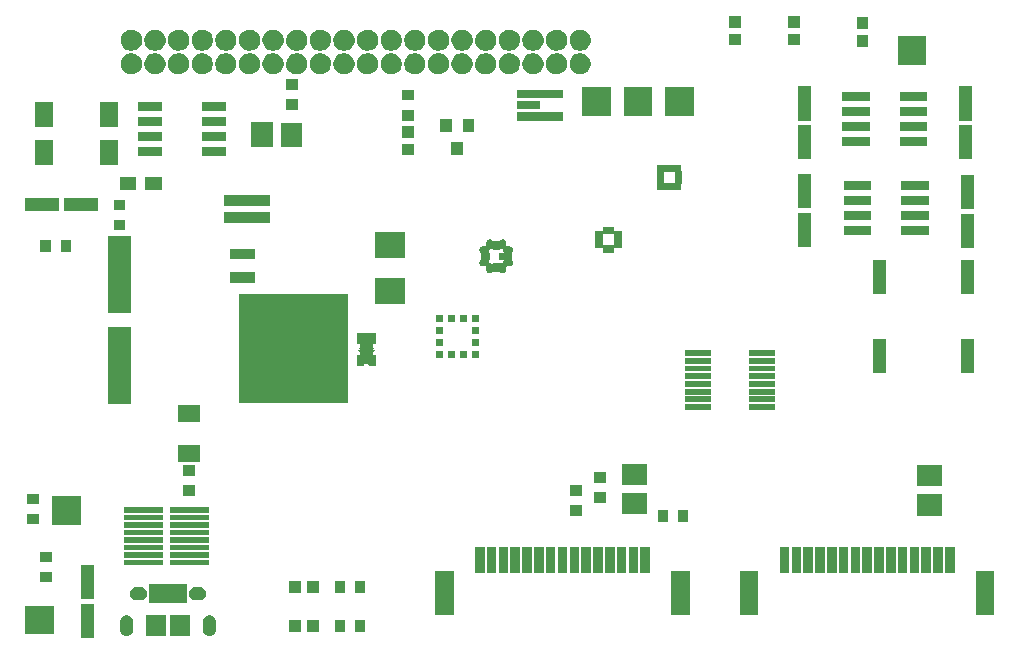
<source format=gts>
%TF.GenerationSoftware,KiCad,Pcbnew,4.0.2-stable*%
%TF.CreationDate,2016-08-10T14:49:54+09:00*%
%TF.ProjectId,Shimonso-IoT-Type-R,5368696D6F6E736F2D496F542D547970,rev?*%
%TF.FileFunction,Soldermask,Top*%
%FSLAX46Y46*%
G04 Gerber Fmt 4.6, Leading zero omitted, Abs format (unit mm)*
G04 Created by KiCad (PCBNEW 4.0.2-stable) date 2016年08月10日水曜日 14:49:54*
%MOMM*%
G01*
G04 APERTURE LIST*
%ADD10C,0.100000*%
G04 APERTURE END LIST*
D10*
G36*
X7012000Y-53758000D02*
X5912000Y-53758000D01*
X5912000Y-50858000D01*
X7012000Y-50858000D01*
X7012000Y-53758000D01*
X7012000Y-53758000D01*
G37*
G36*
X9871539Y-51839891D02*
X9871544Y-51839892D01*
X9871587Y-51839897D01*
X9973196Y-51871351D01*
X10066760Y-51921941D01*
X10148716Y-51989740D01*
X10215942Y-52072168D01*
X10265878Y-52166083D01*
X10296621Y-52267908D01*
X10307000Y-52373766D01*
X10307000Y-53042234D01*
X10306947Y-53049843D01*
X10295090Y-53155546D01*
X10262929Y-53256932D01*
X10211687Y-53350141D01*
X10143317Y-53431622D01*
X10060422Y-53498271D01*
X9966161Y-53547549D01*
X9864123Y-53577581D01*
X9864089Y-53577584D01*
X9864076Y-53577588D01*
X9758198Y-53587224D01*
X9652461Y-53576109D01*
X9652456Y-53576108D01*
X9652413Y-53576103D01*
X9550804Y-53544649D01*
X9457240Y-53494059D01*
X9375284Y-53426260D01*
X9308058Y-53343832D01*
X9258122Y-53249917D01*
X9227379Y-53148092D01*
X9217000Y-53042234D01*
X9217000Y-52373766D01*
X9217053Y-52366157D01*
X9228910Y-52260454D01*
X9261071Y-52159068D01*
X9312313Y-52065859D01*
X9380683Y-51984378D01*
X9463578Y-51917729D01*
X9557839Y-51868451D01*
X9659877Y-51838419D01*
X9659911Y-51838416D01*
X9659924Y-51838412D01*
X9765802Y-51828776D01*
X9871539Y-51839891D01*
X9871539Y-51839891D01*
G37*
G36*
X16871539Y-51839891D02*
X16871544Y-51839892D01*
X16871587Y-51839897D01*
X16973196Y-51871351D01*
X17066760Y-51921941D01*
X17148716Y-51989740D01*
X17215942Y-52072168D01*
X17265878Y-52166083D01*
X17296621Y-52267908D01*
X17307000Y-52373766D01*
X17307000Y-53042234D01*
X17306947Y-53049843D01*
X17295090Y-53155546D01*
X17262929Y-53256932D01*
X17211687Y-53350141D01*
X17143317Y-53431622D01*
X17060422Y-53498271D01*
X16966161Y-53547549D01*
X16864123Y-53577581D01*
X16864089Y-53577584D01*
X16864076Y-53577588D01*
X16758198Y-53587224D01*
X16652461Y-53576109D01*
X16652456Y-53576108D01*
X16652413Y-53576103D01*
X16550804Y-53544649D01*
X16457240Y-53494059D01*
X16375284Y-53426260D01*
X16308058Y-53343832D01*
X16258122Y-53249917D01*
X16227379Y-53148092D01*
X16217000Y-53042234D01*
X16217000Y-52373766D01*
X16217053Y-52366157D01*
X16228910Y-52260454D01*
X16261071Y-52159068D01*
X16312313Y-52065859D01*
X16380683Y-51984378D01*
X16463578Y-51917729D01*
X16557839Y-51868451D01*
X16659877Y-51838419D01*
X16659911Y-51838416D01*
X16659924Y-51838412D01*
X16765802Y-51828776D01*
X16871539Y-51839891D01*
X16871539Y-51839891D01*
G37*
G36*
X15112000Y-53583000D02*
X13412000Y-53583000D01*
X13412000Y-51833000D01*
X15112000Y-51833000D01*
X15112000Y-53583000D01*
X15112000Y-53583000D01*
G37*
G36*
X13112000Y-53583000D02*
X11412000Y-53583000D01*
X11412000Y-51833000D01*
X13112000Y-51833000D01*
X13112000Y-53583000D01*
X13112000Y-53583000D01*
G37*
G36*
X3579600Y-53475600D02*
X1144400Y-53475600D01*
X1144400Y-51040400D01*
X3579600Y-51040400D01*
X3579600Y-53475600D01*
X3579600Y-53475600D01*
G37*
G36*
X29962000Y-53258000D02*
X29062000Y-53258000D01*
X29062000Y-52258000D01*
X29962000Y-52258000D01*
X29962000Y-53258000D01*
X29962000Y-53258000D01*
G37*
G36*
X28262000Y-53258000D02*
X27362000Y-53258000D01*
X27362000Y-52258000D01*
X28262000Y-52258000D01*
X28262000Y-53258000D01*
X28262000Y-53258000D01*
G37*
G36*
X24511480Y-53256780D02*
X23513920Y-53256780D01*
X23513920Y-52259220D01*
X24511480Y-52259220D01*
X24511480Y-53256780D01*
X24511480Y-53256780D01*
G37*
G36*
X26010080Y-53256780D02*
X25012520Y-53256780D01*
X25012520Y-52259220D01*
X26010080Y-52259220D01*
X26010080Y-53256780D01*
X26010080Y-53256780D01*
G37*
G36*
X37442000Y-51858000D02*
X35902000Y-51858000D01*
X35902000Y-48058000D01*
X37442000Y-48058000D01*
X37442000Y-51858000D01*
X37442000Y-51858000D01*
G37*
G36*
X57422000Y-51858000D02*
X55882000Y-51858000D01*
X55882000Y-48058000D01*
X57422000Y-48058000D01*
X57422000Y-51858000D01*
X57422000Y-51858000D01*
G37*
G36*
X63242000Y-51858000D02*
X61702000Y-51858000D01*
X61702000Y-48058000D01*
X63242000Y-48058000D01*
X63242000Y-51858000D01*
X63242000Y-51858000D01*
G37*
G36*
X83222000Y-51858000D02*
X81682000Y-51858000D01*
X81682000Y-48058000D01*
X83222000Y-48058000D01*
X83222000Y-51858000D01*
X83222000Y-51858000D01*
G37*
G36*
X14862000Y-50783000D02*
X11662000Y-50783000D01*
X11662000Y-49233000D01*
X14862000Y-49233000D01*
X14862000Y-50783000D01*
X14862000Y-50783000D01*
G37*
G36*
X15919640Y-49433029D02*
X15923536Y-49433056D01*
X16035057Y-49445565D01*
X16142025Y-49479497D01*
X16240364Y-49533560D01*
X16326330Y-49605694D01*
X16396647Y-49693151D01*
X16448639Y-49792601D01*
X16480323Y-49900256D01*
X16480326Y-49900285D01*
X16480331Y-49900303D01*
X16490497Y-50012012D01*
X16478772Y-50123570D01*
X16478768Y-50123583D01*
X16478764Y-50123620D01*
X16445579Y-50230821D01*
X16392205Y-50329536D01*
X16320673Y-50416003D01*
X16233708Y-50486930D01*
X16134623Y-50539614D01*
X16027193Y-50572049D01*
X15915508Y-50583000D01*
X15608457Y-50583000D01*
X15604360Y-50582971D01*
X15600464Y-50582944D01*
X15488943Y-50570435D01*
X15381975Y-50536503D01*
X15283636Y-50482440D01*
X15197670Y-50410306D01*
X15127353Y-50322849D01*
X15075361Y-50223399D01*
X15043677Y-50115744D01*
X15043674Y-50115715D01*
X15043669Y-50115697D01*
X15033503Y-50003988D01*
X15045228Y-49892430D01*
X15045232Y-49892417D01*
X15045236Y-49892380D01*
X15078421Y-49785179D01*
X15131795Y-49686464D01*
X15203327Y-49599997D01*
X15290292Y-49529070D01*
X15389377Y-49476386D01*
X15496807Y-49443951D01*
X15608492Y-49433000D01*
X15915543Y-49433000D01*
X15919640Y-49433029D01*
X15919640Y-49433029D01*
G37*
G36*
X10919640Y-49433029D02*
X10923536Y-49433056D01*
X11035057Y-49445565D01*
X11142025Y-49479497D01*
X11240364Y-49533560D01*
X11326330Y-49605694D01*
X11396647Y-49693151D01*
X11448639Y-49792601D01*
X11480323Y-49900256D01*
X11480326Y-49900285D01*
X11480331Y-49900303D01*
X11490497Y-50012012D01*
X11478772Y-50123570D01*
X11478768Y-50123583D01*
X11478764Y-50123620D01*
X11445579Y-50230821D01*
X11392205Y-50329536D01*
X11320673Y-50416003D01*
X11233708Y-50486930D01*
X11134623Y-50539614D01*
X11027193Y-50572049D01*
X10915508Y-50583000D01*
X10608457Y-50583000D01*
X10604360Y-50582971D01*
X10600464Y-50582944D01*
X10488943Y-50570435D01*
X10381975Y-50536503D01*
X10283636Y-50482440D01*
X10197670Y-50410306D01*
X10127353Y-50322849D01*
X10075361Y-50223399D01*
X10043677Y-50115744D01*
X10043674Y-50115715D01*
X10043669Y-50115697D01*
X10033503Y-50003988D01*
X10045228Y-49892430D01*
X10045232Y-49892417D01*
X10045236Y-49892380D01*
X10078421Y-49785179D01*
X10131795Y-49686464D01*
X10203327Y-49599997D01*
X10290292Y-49529070D01*
X10389377Y-49476386D01*
X10496807Y-49443951D01*
X10608492Y-49433000D01*
X10915543Y-49433000D01*
X10919640Y-49433029D01*
X10919640Y-49433029D01*
G37*
G36*
X7012000Y-50458000D02*
X5912000Y-50458000D01*
X5912000Y-47558000D01*
X7012000Y-47558000D01*
X7012000Y-50458000D01*
X7012000Y-50458000D01*
G37*
G36*
X29962000Y-49958000D02*
X29062000Y-49958000D01*
X29062000Y-48958000D01*
X29962000Y-48958000D01*
X29962000Y-49958000D01*
X29962000Y-49958000D01*
G37*
G36*
X28262000Y-49958000D02*
X27362000Y-49958000D01*
X27362000Y-48958000D01*
X28262000Y-48958000D01*
X28262000Y-49958000D01*
X28262000Y-49958000D01*
G37*
G36*
X26010080Y-49956780D02*
X25012520Y-49956780D01*
X25012520Y-48959220D01*
X26010080Y-48959220D01*
X26010080Y-49956780D01*
X26010080Y-49956780D01*
G37*
G36*
X24511480Y-49956780D02*
X23513920Y-49956780D01*
X23513920Y-48959220D01*
X24511480Y-48959220D01*
X24511480Y-49956780D01*
X24511480Y-49956780D01*
G37*
G36*
X3462000Y-49058000D02*
X2462000Y-49058000D01*
X2462000Y-48158000D01*
X3462000Y-48158000D01*
X3462000Y-49058000D01*
X3462000Y-49058000D01*
G37*
G36*
X40067000Y-48258000D02*
X39257000Y-48258000D01*
X39257000Y-46058000D01*
X40067000Y-46058000D01*
X40067000Y-48258000D01*
X40067000Y-48258000D01*
G37*
G36*
X42067000Y-48258000D02*
X41257000Y-48258000D01*
X41257000Y-46058000D01*
X42067000Y-46058000D01*
X42067000Y-48258000D01*
X42067000Y-48258000D01*
G37*
G36*
X41067000Y-48258000D02*
X40257000Y-48258000D01*
X40257000Y-46058000D01*
X41067000Y-46058000D01*
X41067000Y-48258000D01*
X41067000Y-48258000D01*
G37*
G36*
X45067000Y-48258000D02*
X44257000Y-48258000D01*
X44257000Y-46058000D01*
X45067000Y-46058000D01*
X45067000Y-48258000D01*
X45067000Y-48258000D01*
G37*
G36*
X46067000Y-48258000D02*
X45257000Y-48258000D01*
X45257000Y-46058000D01*
X46067000Y-46058000D01*
X46067000Y-48258000D01*
X46067000Y-48258000D01*
G37*
G36*
X44067000Y-48258000D02*
X43257000Y-48258000D01*
X43257000Y-46058000D01*
X44067000Y-46058000D01*
X44067000Y-48258000D01*
X44067000Y-48258000D01*
G37*
G36*
X43067000Y-48258000D02*
X42257000Y-48258000D01*
X42257000Y-46058000D01*
X43067000Y-46058000D01*
X43067000Y-48258000D01*
X43067000Y-48258000D01*
G37*
G36*
X51067000Y-48258000D02*
X50257000Y-48258000D01*
X50257000Y-46058000D01*
X51067000Y-46058000D01*
X51067000Y-48258000D01*
X51067000Y-48258000D01*
G37*
G36*
X52067000Y-48258000D02*
X51257000Y-48258000D01*
X51257000Y-46058000D01*
X52067000Y-46058000D01*
X52067000Y-48258000D01*
X52067000Y-48258000D01*
G37*
G36*
X54067000Y-48258000D02*
X53257000Y-48258000D01*
X53257000Y-46058000D01*
X54067000Y-46058000D01*
X54067000Y-48258000D01*
X54067000Y-48258000D01*
G37*
G36*
X53067000Y-48258000D02*
X52257000Y-48258000D01*
X52257000Y-46058000D01*
X53067000Y-46058000D01*
X53067000Y-48258000D01*
X53067000Y-48258000D01*
G37*
G36*
X49067000Y-48258000D02*
X48257000Y-48258000D01*
X48257000Y-46058000D01*
X49067000Y-46058000D01*
X49067000Y-48258000D01*
X49067000Y-48258000D01*
G37*
G36*
X50067000Y-48258000D02*
X49257000Y-48258000D01*
X49257000Y-46058000D01*
X50067000Y-46058000D01*
X50067000Y-48258000D01*
X50067000Y-48258000D01*
G37*
G36*
X48067000Y-48258000D02*
X47257000Y-48258000D01*
X47257000Y-46058000D01*
X48067000Y-46058000D01*
X48067000Y-48258000D01*
X48067000Y-48258000D01*
G37*
G36*
X47067000Y-48258000D02*
X46257000Y-48258000D01*
X46257000Y-46058000D01*
X47067000Y-46058000D01*
X47067000Y-48258000D01*
X47067000Y-48258000D01*
G37*
G36*
X65867000Y-48258000D02*
X65057000Y-48258000D01*
X65057000Y-46058000D01*
X65867000Y-46058000D01*
X65867000Y-48258000D01*
X65867000Y-48258000D01*
G37*
G36*
X67867000Y-48258000D02*
X67057000Y-48258000D01*
X67057000Y-46058000D01*
X67867000Y-46058000D01*
X67867000Y-48258000D01*
X67867000Y-48258000D01*
G37*
G36*
X66867000Y-48258000D02*
X66057000Y-48258000D01*
X66057000Y-46058000D01*
X66867000Y-46058000D01*
X66867000Y-48258000D01*
X66867000Y-48258000D01*
G37*
G36*
X70867000Y-48258000D02*
X70057000Y-48258000D01*
X70057000Y-46058000D01*
X70867000Y-46058000D01*
X70867000Y-48258000D01*
X70867000Y-48258000D01*
G37*
G36*
X71867000Y-48258000D02*
X71057000Y-48258000D01*
X71057000Y-46058000D01*
X71867000Y-46058000D01*
X71867000Y-48258000D01*
X71867000Y-48258000D01*
G37*
G36*
X69867000Y-48258000D02*
X69057000Y-48258000D01*
X69057000Y-46058000D01*
X69867000Y-46058000D01*
X69867000Y-48258000D01*
X69867000Y-48258000D01*
G37*
G36*
X68867000Y-48258000D02*
X68057000Y-48258000D01*
X68057000Y-46058000D01*
X68867000Y-46058000D01*
X68867000Y-48258000D01*
X68867000Y-48258000D01*
G37*
G36*
X76867000Y-48258000D02*
X76057000Y-48258000D01*
X76057000Y-46058000D01*
X76867000Y-46058000D01*
X76867000Y-48258000D01*
X76867000Y-48258000D01*
G37*
G36*
X77867000Y-48258000D02*
X77057000Y-48258000D01*
X77057000Y-46058000D01*
X77867000Y-46058000D01*
X77867000Y-48258000D01*
X77867000Y-48258000D01*
G37*
G36*
X79867000Y-48258000D02*
X79057000Y-48258000D01*
X79057000Y-46058000D01*
X79867000Y-46058000D01*
X79867000Y-48258000D01*
X79867000Y-48258000D01*
G37*
G36*
X78867000Y-48258000D02*
X78057000Y-48258000D01*
X78057000Y-46058000D01*
X78867000Y-46058000D01*
X78867000Y-48258000D01*
X78867000Y-48258000D01*
G37*
G36*
X74867000Y-48258000D02*
X74057000Y-48258000D01*
X74057000Y-46058000D01*
X74867000Y-46058000D01*
X74867000Y-48258000D01*
X74867000Y-48258000D01*
G37*
G36*
X75867000Y-48258000D02*
X75057000Y-48258000D01*
X75057000Y-46058000D01*
X75867000Y-46058000D01*
X75867000Y-48258000D01*
X75867000Y-48258000D01*
G37*
G36*
X72867000Y-48258000D02*
X72057000Y-48258000D01*
X72057000Y-46058000D01*
X72867000Y-46058000D01*
X72867000Y-48258000D01*
X72867000Y-48258000D01*
G37*
G36*
X73867000Y-48258000D02*
X73057000Y-48258000D01*
X73057000Y-46058000D01*
X73867000Y-46058000D01*
X73867000Y-48258000D01*
X73867000Y-48258000D01*
G37*
G36*
X16762000Y-47632900D02*
X13462000Y-47632900D01*
X13462000Y-47128100D01*
X16762000Y-47128100D01*
X16762000Y-47632900D01*
X16762000Y-47632900D01*
G37*
G36*
X12862000Y-47632900D02*
X9562000Y-47632900D01*
X9562000Y-47128100D01*
X12862000Y-47128100D01*
X12862000Y-47632900D01*
X12862000Y-47632900D01*
G37*
G36*
X3462000Y-47358000D02*
X2462000Y-47358000D01*
X2462000Y-46458000D01*
X3462000Y-46458000D01*
X3462000Y-47358000D01*
X3462000Y-47358000D01*
G37*
G36*
X12862000Y-46997900D02*
X9562000Y-46997900D01*
X9562000Y-46493100D01*
X12862000Y-46493100D01*
X12862000Y-46997900D01*
X12862000Y-46997900D01*
G37*
G36*
X16762000Y-46997900D02*
X13462000Y-46997900D01*
X13462000Y-46493100D01*
X16762000Y-46493100D01*
X16762000Y-46997900D01*
X16762000Y-46997900D01*
G37*
G36*
X16762000Y-46362900D02*
X13462000Y-46362900D01*
X13462000Y-45858100D01*
X16762000Y-45858100D01*
X16762000Y-46362900D01*
X16762000Y-46362900D01*
G37*
G36*
X12862000Y-46362900D02*
X9562000Y-46362900D01*
X9562000Y-45858100D01*
X12862000Y-45858100D01*
X12862000Y-46362900D01*
X12862000Y-46362900D01*
G37*
G36*
X12862000Y-45727900D02*
X9562000Y-45727900D01*
X9562000Y-45223100D01*
X12862000Y-45223100D01*
X12862000Y-45727900D01*
X12862000Y-45727900D01*
G37*
G36*
X16762000Y-45727900D02*
X13462000Y-45727900D01*
X13462000Y-45223100D01*
X16762000Y-45223100D01*
X16762000Y-45727900D01*
X16762000Y-45727900D01*
G37*
G36*
X16762000Y-45092900D02*
X13462000Y-45092900D01*
X13462000Y-44588100D01*
X16762000Y-44588100D01*
X16762000Y-45092900D01*
X16762000Y-45092900D01*
G37*
G36*
X12862000Y-45092900D02*
X9562000Y-45092900D01*
X9562000Y-44588100D01*
X12862000Y-44588100D01*
X12862000Y-45092900D01*
X12862000Y-45092900D01*
G37*
G36*
X12862000Y-44457900D02*
X9562000Y-44457900D01*
X9562000Y-43953100D01*
X12862000Y-43953100D01*
X12862000Y-44457900D01*
X12862000Y-44457900D01*
G37*
G36*
X16762000Y-44457900D02*
X13462000Y-44457900D01*
X13462000Y-43953100D01*
X16762000Y-43953100D01*
X16762000Y-44457900D01*
X16762000Y-44457900D01*
G37*
G36*
X5879600Y-44175600D02*
X3444400Y-44175600D01*
X3444400Y-41740400D01*
X5879600Y-41740400D01*
X5879600Y-44175600D01*
X5879600Y-44175600D01*
G37*
G36*
X2362000Y-44158000D02*
X1362000Y-44158000D01*
X1362000Y-43258000D01*
X2362000Y-43258000D01*
X2362000Y-44158000D01*
X2362000Y-44158000D01*
G37*
G36*
X57312000Y-43968000D02*
X56412000Y-43968000D01*
X56412000Y-42968000D01*
X57312000Y-42968000D01*
X57312000Y-43968000D01*
X57312000Y-43968000D01*
G37*
G36*
X55612000Y-43968000D02*
X54712000Y-43968000D01*
X54712000Y-42968000D01*
X55612000Y-42968000D01*
X55612000Y-43968000D01*
X55612000Y-43968000D01*
G37*
G36*
X16762000Y-43822900D02*
X13462000Y-43822900D01*
X13462000Y-43318100D01*
X16762000Y-43318100D01*
X16762000Y-43822900D01*
X16762000Y-43822900D01*
G37*
G36*
X12862000Y-43822900D02*
X9562000Y-43822900D01*
X9562000Y-43318100D01*
X12862000Y-43318100D01*
X12862000Y-43822900D01*
X12862000Y-43822900D01*
G37*
G36*
X78822000Y-43428000D02*
X76682000Y-43428000D01*
X76682000Y-41618000D01*
X78822000Y-41618000D01*
X78822000Y-43428000D01*
X78822000Y-43428000D01*
G37*
G36*
X48282000Y-43428000D02*
X47282000Y-43428000D01*
X47282000Y-42528000D01*
X48282000Y-42528000D01*
X48282000Y-43428000D01*
X48282000Y-43428000D01*
G37*
G36*
X53797000Y-43308000D02*
X51727000Y-43308000D01*
X51727000Y-41498000D01*
X53797000Y-41498000D01*
X53797000Y-43308000D01*
X53797000Y-43308000D01*
G37*
G36*
X16762000Y-43187900D02*
X13462000Y-43187900D01*
X13462000Y-42683100D01*
X16762000Y-42683100D01*
X16762000Y-43187900D01*
X16762000Y-43187900D01*
G37*
G36*
X12862000Y-43187900D02*
X9562000Y-43187900D01*
X9562000Y-42683100D01*
X12862000Y-42683100D01*
X12862000Y-43187900D01*
X12862000Y-43187900D01*
G37*
G36*
X2362000Y-42458000D02*
X1362000Y-42458000D01*
X1362000Y-41558000D01*
X2362000Y-41558000D01*
X2362000Y-42458000D01*
X2362000Y-42458000D01*
G37*
G36*
X50332000Y-42318000D02*
X49332000Y-42318000D01*
X49332000Y-41418000D01*
X50332000Y-41418000D01*
X50332000Y-42318000D01*
X50332000Y-42318000D01*
G37*
G36*
X15562000Y-41758000D02*
X14562000Y-41758000D01*
X14562000Y-40858000D01*
X15562000Y-40858000D01*
X15562000Y-41758000D01*
X15562000Y-41758000D01*
G37*
G36*
X48282000Y-41728000D02*
X47282000Y-41728000D01*
X47282000Y-40828000D01*
X48282000Y-40828000D01*
X48282000Y-41728000D01*
X48282000Y-41728000D01*
G37*
G36*
X78822000Y-40938000D02*
X76682000Y-40938000D01*
X76682000Y-39128000D01*
X78822000Y-39128000D01*
X78822000Y-40938000D01*
X78822000Y-40938000D01*
G37*
G36*
X53797000Y-40818000D02*
X51732000Y-40818000D01*
X51732000Y-39008000D01*
X53797000Y-39008000D01*
X53797000Y-40818000D01*
X53797000Y-40818000D01*
G37*
G36*
X50332000Y-40618000D02*
X49332000Y-40618000D01*
X49332000Y-39718000D01*
X50332000Y-39718000D01*
X50332000Y-40618000D01*
X50332000Y-40618000D01*
G37*
G36*
X15562000Y-40058000D02*
X14562000Y-40058000D01*
X14562000Y-39158000D01*
X15562000Y-39158000D01*
X15562000Y-40058000D01*
X15562000Y-40058000D01*
G37*
G36*
X16012000Y-38858000D02*
X14112000Y-38858000D01*
X14112000Y-37458000D01*
X16012000Y-37458000D01*
X16012000Y-38858000D01*
X16012000Y-38858000D01*
G37*
G36*
X16012000Y-35458000D02*
X14112000Y-35458000D01*
X14112000Y-34058000D01*
X16012000Y-34058000D01*
X16012000Y-35458000D01*
X16012000Y-35458000D01*
G37*
G36*
X64662000Y-34458000D02*
X62462000Y-34458000D01*
X62462000Y-33958000D01*
X64662000Y-33958000D01*
X64662000Y-34458000D01*
X64662000Y-34458000D01*
G37*
G36*
X59262000Y-34458000D02*
X57062000Y-34458000D01*
X57062000Y-33958000D01*
X59262000Y-33958000D01*
X59262000Y-34458000D01*
X59262000Y-34458000D01*
G37*
G36*
X10112000Y-33958000D02*
X8212000Y-33958000D01*
X8212000Y-27458000D01*
X10112000Y-27458000D01*
X10112000Y-33958000D01*
X10112000Y-33958000D01*
G37*
G36*
X28462000Y-33858000D02*
X19262000Y-33858000D01*
X19262000Y-24658000D01*
X28462000Y-24658000D01*
X28462000Y-33858000D01*
X28462000Y-33858000D01*
G37*
G36*
X64662000Y-33808000D02*
X62462000Y-33808000D01*
X62462000Y-33308000D01*
X64662000Y-33308000D01*
X64662000Y-33808000D01*
X64662000Y-33808000D01*
G37*
G36*
X59262000Y-33808000D02*
X57062000Y-33808000D01*
X57062000Y-33308000D01*
X59262000Y-33308000D01*
X59262000Y-33808000D01*
X59262000Y-33808000D01*
G37*
G36*
X59262000Y-33158000D02*
X57062000Y-33158000D01*
X57062000Y-32658000D01*
X59262000Y-32658000D01*
X59262000Y-33158000D01*
X59262000Y-33158000D01*
G37*
G36*
X64662000Y-33158000D02*
X62462000Y-33158000D01*
X62462000Y-32658000D01*
X64662000Y-32658000D01*
X64662000Y-33158000D01*
X64662000Y-33158000D01*
G37*
G36*
X64662000Y-32508000D02*
X62462000Y-32508000D01*
X62462000Y-32008000D01*
X64662000Y-32008000D01*
X64662000Y-32508000D01*
X64662000Y-32508000D01*
G37*
G36*
X59262000Y-32508000D02*
X57062000Y-32508000D01*
X57062000Y-32008000D01*
X59262000Y-32008000D01*
X59262000Y-32508000D01*
X59262000Y-32508000D01*
G37*
G36*
X64662000Y-31858000D02*
X62462000Y-31858000D01*
X62462000Y-31358000D01*
X64662000Y-31358000D01*
X64662000Y-31858000D01*
X64662000Y-31858000D01*
G37*
G36*
X59262000Y-31858000D02*
X57062000Y-31858000D01*
X57062000Y-31358000D01*
X59262000Y-31358000D01*
X59262000Y-31858000D01*
X59262000Y-31858000D01*
G37*
G36*
X74012000Y-31329600D02*
X72912000Y-31329600D01*
X72912000Y-28429600D01*
X74012000Y-28429600D01*
X74012000Y-31329600D01*
X74012000Y-31329600D01*
G37*
G36*
X81512000Y-31329600D02*
X80412000Y-31329600D01*
X80412000Y-28429600D01*
X81512000Y-28429600D01*
X81512000Y-31329600D01*
X81512000Y-31329600D01*
G37*
G36*
X59262000Y-31208000D02*
X57062000Y-31208000D01*
X57062000Y-30708000D01*
X59262000Y-30708000D01*
X59262000Y-31208000D01*
X59262000Y-31208000D01*
G37*
G36*
X64662000Y-31208000D02*
X62462000Y-31208000D01*
X62462000Y-30708000D01*
X64662000Y-30708000D01*
X64662000Y-31208000D01*
X64662000Y-31208000D01*
G37*
G36*
X30862000Y-28908000D02*
X30662000Y-28908000D01*
X30648070Y-28909980D01*
X30635244Y-28915761D01*
X30624536Y-28924888D01*
X30616794Y-28936636D01*
X30612632Y-28950076D01*
X30612000Y-28958000D01*
X30612000Y-29082844D01*
X30613980Y-29096774D01*
X30622957Y-29114078D01*
X30774094Y-29303000D01*
X30662000Y-29303000D01*
X30648070Y-29304980D01*
X30635244Y-29310761D01*
X30624536Y-29319888D01*
X30616794Y-29331636D01*
X30612632Y-29345076D01*
X30612000Y-29353000D01*
X30612000Y-29363000D01*
X30613980Y-29376930D01*
X30619761Y-29389756D01*
X30628888Y-29400464D01*
X30640636Y-29408206D01*
X30654076Y-29412368D01*
X30662000Y-29413000D01*
X30774094Y-29413000D01*
X30622957Y-29601921D01*
X30615801Y-29614035D01*
X30612000Y-29633156D01*
X30612000Y-29758000D01*
X30613980Y-29771930D01*
X30619761Y-29784756D01*
X30628888Y-29795464D01*
X30640636Y-29803206D01*
X30654076Y-29807368D01*
X30662000Y-29808000D01*
X30862000Y-29808000D01*
X30862000Y-30758000D01*
X30262000Y-30758000D01*
X30262000Y-30658000D01*
X30260020Y-30644070D01*
X30254239Y-30631244D01*
X30245112Y-30620536D01*
X30233364Y-30612794D01*
X30219924Y-30608632D01*
X30212000Y-30608000D01*
X29912000Y-30608000D01*
X29898070Y-30609980D01*
X29885244Y-30615761D01*
X29874536Y-30624888D01*
X29866794Y-30636636D01*
X29862632Y-30650076D01*
X29862000Y-30658000D01*
X29862000Y-30758000D01*
X29262000Y-30758000D01*
X29262000Y-29808000D01*
X29462000Y-29808000D01*
X29475930Y-29806020D01*
X29488756Y-29800239D01*
X29499464Y-29791112D01*
X29507206Y-29779364D01*
X29511368Y-29765924D01*
X29512000Y-29758000D01*
X29512000Y-29633156D01*
X29510020Y-29619226D01*
X29501043Y-29601921D01*
X29349906Y-29413000D01*
X29462000Y-29413000D01*
X29475930Y-29411020D01*
X29488756Y-29405239D01*
X29499464Y-29396112D01*
X29507206Y-29384364D01*
X29511368Y-29370924D01*
X29512000Y-29363000D01*
X29512000Y-29353000D01*
X29510020Y-29339070D01*
X29504239Y-29326244D01*
X29495112Y-29315536D01*
X29483364Y-29307794D01*
X29469924Y-29303632D01*
X29462000Y-29303000D01*
X29349906Y-29303000D01*
X29501043Y-29114079D01*
X29508199Y-29101965D01*
X29512000Y-29082844D01*
X29512000Y-28958000D01*
X29510020Y-28944070D01*
X29504239Y-28931244D01*
X29495112Y-28920536D01*
X29483364Y-28912794D01*
X29469924Y-28908632D01*
X29462000Y-28908000D01*
X29262000Y-28908000D01*
X29262000Y-27958000D01*
X30862000Y-27958000D01*
X30862000Y-28908000D01*
X30862000Y-28908000D01*
G37*
G36*
X64662000Y-30558000D02*
X62462000Y-30558000D01*
X62462000Y-30058000D01*
X64662000Y-30058000D01*
X64662000Y-30558000D01*
X64662000Y-30558000D01*
G37*
G36*
X59262000Y-30558000D02*
X57062000Y-30558000D01*
X57062000Y-30058000D01*
X59262000Y-30058000D01*
X59262000Y-30558000D01*
X59262000Y-30558000D01*
G37*
G36*
X38562000Y-30058000D02*
X37962000Y-30058000D01*
X37962000Y-29458000D01*
X38562000Y-29458000D01*
X38562000Y-30058000D01*
X38562000Y-30058000D01*
G37*
G36*
X37562000Y-30058000D02*
X36962000Y-30058000D01*
X36962000Y-29458000D01*
X37562000Y-29458000D01*
X37562000Y-30058000D01*
X37562000Y-30058000D01*
G37*
G36*
X36562000Y-30058000D02*
X35962000Y-30058000D01*
X35962000Y-29458000D01*
X36562000Y-29458000D01*
X36562000Y-30058000D01*
X36562000Y-30058000D01*
G37*
G36*
X39562000Y-30058000D02*
X38962000Y-30058000D01*
X38962000Y-29458000D01*
X39562000Y-29458000D01*
X39562000Y-30058000D01*
X39562000Y-30058000D01*
G37*
G36*
X59262000Y-29908000D02*
X57062000Y-29908000D01*
X57062000Y-29408000D01*
X59262000Y-29408000D01*
X59262000Y-29908000D01*
X59262000Y-29908000D01*
G37*
G36*
X64662000Y-29908000D02*
X62462000Y-29908000D01*
X62462000Y-29408000D01*
X64662000Y-29408000D01*
X64662000Y-29908000D01*
X64662000Y-29908000D01*
G37*
G36*
X39562000Y-29058000D02*
X38962000Y-29058000D01*
X38962000Y-28458000D01*
X39562000Y-28458000D01*
X39562000Y-29058000D01*
X39562000Y-29058000D01*
G37*
G36*
X36562000Y-29058000D02*
X35962000Y-29058000D01*
X35962000Y-28458000D01*
X36562000Y-28458000D01*
X36562000Y-29058000D01*
X36562000Y-29058000D01*
G37*
G36*
X39562000Y-28058000D02*
X38962000Y-28058000D01*
X38962000Y-27458000D01*
X39562000Y-27458000D01*
X39562000Y-28058000D01*
X39562000Y-28058000D01*
G37*
G36*
X36562000Y-28058000D02*
X35962000Y-28058000D01*
X35962000Y-27458000D01*
X36562000Y-27458000D01*
X36562000Y-28058000D01*
X36562000Y-28058000D01*
G37*
G36*
X38562000Y-27058000D02*
X37962000Y-27058000D01*
X37962000Y-26458000D01*
X38562000Y-26458000D01*
X38562000Y-27058000D01*
X38562000Y-27058000D01*
G37*
G36*
X37562000Y-27058000D02*
X36962000Y-27058000D01*
X36962000Y-26458000D01*
X37562000Y-26458000D01*
X37562000Y-27058000D01*
X37562000Y-27058000D01*
G37*
G36*
X39562000Y-27058000D02*
X38962000Y-27058000D01*
X38962000Y-26458000D01*
X39562000Y-26458000D01*
X39562000Y-27058000D01*
X39562000Y-27058000D01*
G37*
G36*
X36562000Y-27058000D02*
X35962000Y-27058000D01*
X35962000Y-26458000D01*
X36562000Y-26458000D01*
X36562000Y-27058000D01*
X36562000Y-27058000D01*
G37*
G36*
X10112000Y-26258000D02*
X8212000Y-26258000D01*
X8212000Y-19758000D01*
X10112000Y-19758000D01*
X10112000Y-26258000D01*
X10112000Y-26258000D01*
G37*
G36*
X33347000Y-25508000D02*
X30777000Y-25508000D01*
X30777000Y-23308000D01*
X33347000Y-23308000D01*
X33347000Y-25508000D01*
X33347000Y-25508000D01*
G37*
G36*
X81512000Y-24676800D02*
X80412000Y-24676800D01*
X80412000Y-21776800D01*
X81512000Y-21776800D01*
X81512000Y-24676800D01*
X81512000Y-24676800D01*
G37*
G36*
X74012000Y-24676800D02*
X72912000Y-24676800D01*
X72912000Y-21776800D01*
X74012000Y-21776800D01*
X74012000Y-24676800D01*
X74012000Y-24676800D01*
G37*
G36*
X20587000Y-23708000D02*
X18537000Y-23708000D01*
X18537000Y-22808000D01*
X20587000Y-22808000D01*
X20587000Y-23708000D01*
X20587000Y-23708000D01*
G37*
G36*
X41672275Y-20027064D02*
X41672285Y-20027067D01*
X41672323Y-20027071D01*
X41728255Y-20044385D01*
X41779758Y-20072233D01*
X41824871Y-20109554D01*
X41861876Y-20154927D01*
X41889364Y-20206623D01*
X41906287Y-20262674D01*
X41912000Y-20320944D01*
X41912000Y-20558000D01*
X41913980Y-20571930D01*
X41919761Y-20584756D01*
X41928888Y-20595464D01*
X41940636Y-20603206D01*
X41954076Y-20607368D01*
X41962000Y-20608000D01*
X42199094Y-20608000D01*
X42201239Y-20608015D01*
X42203245Y-20608029D01*
X42261430Y-20614556D01*
X42317239Y-20632259D01*
X42368546Y-20660466D01*
X42413398Y-20698101D01*
X42450085Y-20743731D01*
X42477211Y-20795618D01*
X42493742Y-20851786D01*
X42493745Y-20851818D01*
X42493750Y-20851835D01*
X42499051Y-20910091D01*
X42492936Y-20968275D01*
X42492933Y-20968285D01*
X42492929Y-20968323D01*
X42475615Y-21024255D01*
X42447767Y-21075758D01*
X42410446Y-21120871D01*
X42379990Y-21145710D01*
X42370855Y-21155604D01*
X42364569Y-21168192D01*
X42362000Y-21184014D01*
X42362000Y-21731766D01*
X42363980Y-21745696D01*
X42369761Y-21758522D01*
X42379503Y-21769660D01*
X42413398Y-21798101D01*
X42450085Y-21843731D01*
X42477211Y-21895618D01*
X42493742Y-21951786D01*
X42493745Y-21951818D01*
X42493750Y-21951835D01*
X42499051Y-22010091D01*
X42492936Y-22068275D01*
X42492933Y-22068285D01*
X42492929Y-22068323D01*
X42475615Y-22124255D01*
X42447767Y-22175758D01*
X42410446Y-22220871D01*
X42365073Y-22257876D01*
X42313377Y-22285364D01*
X42257326Y-22302287D01*
X42199056Y-22308000D01*
X41962000Y-22308000D01*
X41948070Y-22309980D01*
X41935244Y-22315761D01*
X41924536Y-22324888D01*
X41916794Y-22336636D01*
X41912632Y-22350076D01*
X41912000Y-22358000D01*
X41912000Y-22595056D01*
X41911971Y-22599245D01*
X41905444Y-22657430D01*
X41887741Y-22713239D01*
X41859534Y-22764546D01*
X41821899Y-22809398D01*
X41776269Y-22846085D01*
X41724382Y-22873211D01*
X41668214Y-22889742D01*
X41668182Y-22889745D01*
X41668165Y-22889750D01*
X41609909Y-22895051D01*
X41551725Y-22888936D01*
X41551715Y-22888933D01*
X41551677Y-22888929D01*
X41495745Y-22871615D01*
X41444242Y-22843767D01*
X41399129Y-22806446D01*
X41374290Y-22775990D01*
X41364396Y-22766855D01*
X41351808Y-22760569D01*
X41335986Y-22758000D01*
X40788234Y-22758000D01*
X40774304Y-22759980D01*
X40761478Y-22765761D01*
X40750340Y-22775503D01*
X40721899Y-22809398D01*
X40676269Y-22846085D01*
X40624382Y-22873211D01*
X40568214Y-22889742D01*
X40568182Y-22889745D01*
X40568165Y-22889750D01*
X40509909Y-22895051D01*
X40451725Y-22888936D01*
X40451715Y-22888933D01*
X40451677Y-22888929D01*
X40395745Y-22871615D01*
X40344242Y-22843767D01*
X40299129Y-22806446D01*
X40262124Y-22761073D01*
X40234636Y-22709377D01*
X40217713Y-22653326D01*
X40212000Y-22595056D01*
X40212000Y-22358000D01*
X40210020Y-22344070D01*
X40204239Y-22331244D01*
X40195112Y-22320536D01*
X40183364Y-22312794D01*
X40169924Y-22308632D01*
X40162000Y-22308000D01*
X39924906Y-22308000D01*
X39922777Y-22307985D01*
X39920755Y-22307971D01*
X39862570Y-22301444D01*
X39806761Y-22283741D01*
X39755454Y-22255534D01*
X39710602Y-22217899D01*
X39673915Y-22172269D01*
X39646789Y-22120382D01*
X39630258Y-22064214D01*
X39630255Y-22064182D01*
X39630250Y-22064165D01*
X39624949Y-22005909D01*
X39631064Y-21947725D01*
X39631067Y-21947715D01*
X39631071Y-21947677D01*
X39648385Y-21891745D01*
X39676233Y-21840242D01*
X39697824Y-21814143D01*
X40415829Y-21814143D01*
X40419505Y-21827724D01*
X40426295Y-21839017D01*
X40430085Y-21843731D01*
X40457211Y-21895618D01*
X40473742Y-21951786D01*
X40473745Y-21951818D01*
X40473750Y-21951835D01*
X40477826Y-21996627D01*
X40481060Y-22010320D01*
X40487980Y-22022570D01*
X40498039Y-22032407D01*
X40510441Y-22039052D01*
X40522394Y-22041822D01*
X40572275Y-22047064D01*
X40572285Y-22047067D01*
X40572323Y-22047071D01*
X40628255Y-22064385D01*
X40679758Y-22092233D01*
X40680441Y-22092798D01*
X40692126Y-22099962D01*
X40705695Y-22103682D01*
X40719763Y-22103475D01*
X40733216Y-22099356D01*
X40744990Y-22091653D01*
X40754151Y-22080975D01*
X40759975Y-22068167D01*
X40762000Y-22054081D01*
X40762000Y-22008000D01*
X41362000Y-22008000D01*
X41362000Y-22054550D01*
X41363980Y-22068480D01*
X41369761Y-22081306D01*
X41378888Y-22092014D01*
X41390636Y-22099756D01*
X41404076Y-22103918D01*
X41418143Y-22104171D01*
X41431724Y-22100495D01*
X41443017Y-22093705D01*
X41447731Y-22089915D01*
X41499618Y-22062789D01*
X41555786Y-22046258D01*
X41555818Y-22046255D01*
X41555835Y-22046250D01*
X41600627Y-22042174D01*
X41614320Y-22038940D01*
X41626570Y-22032020D01*
X41636407Y-22021961D01*
X41643052Y-22009559D01*
X41645822Y-21997606D01*
X41651064Y-21947725D01*
X41651067Y-21947715D01*
X41651071Y-21947677D01*
X41668385Y-21891745D01*
X41696233Y-21840242D01*
X41696798Y-21839559D01*
X41703962Y-21827874D01*
X41707682Y-21814305D01*
X41707475Y-21800237D01*
X41703356Y-21786784D01*
X41695653Y-21775010D01*
X41684975Y-21765849D01*
X41672167Y-21760025D01*
X41658081Y-21758000D01*
X41262000Y-21758000D01*
X41262000Y-21158000D01*
X41658550Y-21158000D01*
X41672480Y-21156020D01*
X41685306Y-21150239D01*
X41696014Y-21141112D01*
X41703756Y-21129364D01*
X41707918Y-21115924D01*
X41708171Y-21101857D01*
X41704495Y-21088276D01*
X41697705Y-21076983D01*
X41693915Y-21072269D01*
X41666789Y-21020382D01*
X41650258Y-20964214D01*
X41650255Y-20964182D01*
X41650250Y-20964165D01*
X41646174Y-20919373D01*
X41642940Y-20905680D01*
X41636020Y-20893430D01*
X41625961Y-20883593D01*
X41613559Y-20876948D01*
X41601606Y-20874178D01*
X41551725Y-20868936D01*
X41551715Y-20868933D01*
X41551677Y-20868929D01*
X41495745Y-20851615D01*
X41444242Y-20823767D01*
X41443559Y-20823202D01*
X41431874Y-20816038D01*
X41418305Y-20812318D01*
X41404237Y-20812525D01*
X41390784Y-20816644D01*
X41379010Y-20824347D01*
X41369849Y-20835025D01*
X41364025Y-20847833D01*
X41362000Y-20861919D01*
X41362000Y-20908000D01*
X40762000Y-20908000D01*
X40762000Y-20861450D01*
X40760020Y-20847520D01*
X40754239Y-20834694D01*
X40745112Y-20823986D01*
X40733364Y-20816244D01*
X40719924Y-20812082D01*
X40705857Y-20811829D01*
X40692276Y-20815505D01*
X40680983Y-20822295D01*
X40676269Y-20826085D01*
X40624382Y-20853211D01*
X40568214Y-20869742D01*
X40568182Y-20869745D01*
X40568165Y-20869750D01*
X40523373Y-20873826D01*
X40509680Y-20877060D01*
X40497430Y-20883980D01*
X40487593Y-20894039D01*
X40480948Y-20906441D01*
X40478178Y-20918394D01*
X40472936Y-20968275D01*
X40472933Y-20968285D01*
X40472929Y-20968323D01*
X40455615Y-21024255D01*
X40427767Y-21075758D01*
X40427202Y-21076441D01*
X40420038Y-21088126D01*
X40416318Y-21101695D01*
X40416525Y-21115763D01*
X40420644Y-21129216D01*
X40428347Y-21140990D01*
X40439025Y-21150151D01*
X40451833Y-21155975D01*
X40465919Y-21158000D01*
X40512000Y-21158000D01*
X40512000Y-21758000D01*
X40465450Y-21758000D01*
X40451520Y-21759980D01*
X40438694Y-21765761D01*
X40427986Y-21774888D01*
X40420244Y-21786636D01*
X40416082Y-21800076D01*
X40415829Y-21814143D01*
X39697824Y-21814143D01*
X39713554Y-21795129D01*
X39744010Y-21770290D01*
X39753145Y-21760396D01*
X39759431Y-21747808D01*
X39762000Y-21731986D01*
X39762000Y-21184234D01*
X39760020Y-21170304D01*
X39754239Y-21157478D01*
X39744497Y-21146340D01*
X39710602Y-21117899D01*
X39673915Y-21072269D01*
X39646789Y-21020382D01*
X39630258Y-20964214D01*
X39630255Y-20964182D01*
X39630250Y-20964165D01*
X39624949Y-20905909D01*
X39631064Y-20847725D01*
X39631067Y-20847715D01*
X39631071Y-20847677D01*
X39648385Y-20791745D01*
X39676233Y-20740242D01*
X39713554Y-20695129D01*
X39758927Y-20658124D01*
X39810623Y-20630636D01*
X39866674Y-20613713D01*
X39924944Y-20608000D01*
X40162000Y-20608000D01*
X40175930Y-20606020D01*
X40188756Y-20600239D01*
X40199464Y-20591112D01*
X40207206Y-20579364D01*
X40211368Y-20565924D01*
X40212000Y-20558000D01*
X40212000Y-20320906D01*
X40212015Y-20318777D01*
X40212029Y-20316755D01*
X40218556Y-20258570D01*
X40236259Y-20202761D01*
X40264466Y-20151454D01*
X40302101Y-20106602D01*
X40347731Y-20069915D01*
X40399618Y-20042789D01*
X40455786Y-20026258D01*
X40455818Y-20026255D01*
X40455835Y-20026250D01*
X40514091Y-20020949D01*
X40572275Y-20027064D01*
X40572285Y-20027067D01*
X40572323Y-20027071D01*
X40628255Y-20044385D01*
X40679758Y-20072233D01*
X40724871Y-20109554D01*
X40749710Y-20140010D01*
X40759604Y-20149145D01*
X40772192Y-20155431D01*
X40788014Y-20158000D01*
X41335766Y-20158000D01*
X41349696Y-20156020D01*
X41362522Y-20150239D01*
X41373660Y-20140497D01*
X41402101Y-20106602D01*
X41447731Y-20069915D01*
X41499618Y-20042789D01*
X41555786Y-20026258D01*
X41555818Y-20026255D01*
X41555835Y-20026250D01*
X41614091Y-20020949D01*
X41672275Y-20027064D01*
X41672275Y-20027064D01*
G37*
G36*
X20587000Y-21708000D02*
X18537000Y-21708000D01*
X18537000Y-20808000D01*
X20587000Y-20808000D01*
X20587000Y-21708000D01*
X20587000Y-21708000D01*
G37*
G36*
X33347000Y-21608000D02*
X30777000Y-21608000D01*
X30777000Y-19408000D01*
X33347000Y-19408000D01*
X33347000Y-21608000D01*
X33347000Y-21608000D01*
G37*
G36*
X51052000Y-19293000D02*
X51053980Y-19306930D01*
X51059761Y-19319756D01*
X51068888Y-19330464D01*
X51080636Y-19338206D01*
X51094076Y-19342368D01*
X51102000Y-19343000D01*
X51667000Y-19343000D01*
X51667000Y-20773000D01*
X51102000Y-20773000D01*
X51088070Y-20774980D01*
X51075244Y-20780761D01*
X51064536Y-20789888D01*
X51056794Y-20801636D01*
X51052632Y-20815076D01*
X51052000Y-20823000D01*
X51052000Y-21163000D01*
X50072000Y-21163000D01*
X50072000Y-20823000D01*
X50070020Y-20809070D01*
X50064239Y-20796244D01*
X50055112Y-20785536D01*
X50043364Y-20777794D01*
X50029924Y-20773632D01*
X50022000Y-20773000D01*
X49457000Y-20773000D01*
X49457000Y-19633000D01*
X50087000Y-19633000D01*
X50087000Y-20483000D01*
X50088980Y-20496930D01*
X50094761Y-20509756D01*
X50103888Y-20520464D01*
X50115636Y-20528206D01*
X50129076Y-20532368D01*
X50137000Y-20533000D01*
X50987000Y-20533000D01*
X51000930Y-20531020D01*
X51013756Y-20525239D01*
X51024464Y-20516112D01*
X51032206Y-20504364D01*
X51036368Y-20490924D01*
X51037000Y-20483000D01*
X51037000Y-19633000D01*
X51035020Y-19619070D01*
X51029239Y-19606244D01*
X51020112Y-19595536D01*
X51008364Y-19587794D01*
X50994924Y-19583632D01*
X50987000Y-19583000D01*
X50137000Y-19583000D01*
X50123070Y-19584980D01*
X50110244Y-19590761D01*
X50099536Y-19599888D01*
X50091794Y-19611636D01*
X50087632Y-19625076D01*
X50087000Y-19633000D01*
X49457000Y-19633000D01*
X49457000Y-19343000D01*
X50022000Y-19343000D01*
X50035930Y-19341020D01*
X50048756Y-19335239D01*
X50059464Y-19326112D01*
X50067206Y-19314364D01*
X50071368Y-19300924D01*
X50072000Y-19293000D01*
X50072000Y-18953000D01*
X51052000Y-18953000D01*
X51052000Y-19293000D01*
X51052000Y-19293000D01*
G37*
G36*
X5062000Y-21058000D02*
X4162000Y-21058000D01*
X4162000Y-20058000D01*
X5062000Y-20058000D01*
X5062000Y-21058000D01*
X5062000Y-21058000D01*
G37*
G36*
X3362000Y-21058000D02*
X2462000Y-21058000D01*
X2462000Y-20058000D01*
X3362000Y-20058000D01*
X3362000Y-21058000D01*
X3362000Y-21058000D01*
G37*
G36*
X81512000Y-20758000D02*
X80412000Y-20758000D01*
X80412000Y-17858000D01*
X81512000Y-17858000D01*
X81512000Y-20758000D01*
X81512000Y-20758000D01*
G37*
G36*
X67712000Y-20658000D02*
X66612000Y-20658000D01*
X66612000Y-17758000D01*
X67712000Y-17758000D01*
X67712000Y-20658000D01*
X67712000Y-20658000D01*
G37*
G36*
X72762000Y-19633000D02*
X70462000Y-19633000D01*
X70462000Y-18893000D01*
X72762000Y-18893000D01*
X72762000Y-19633000D01*
X72762000Y-19633000D01*
G37*
G36*
X77662000Y-19633000D02*
X75362000Y-19633000D01*
X75362000Y-18893000D01*
X77662000Y-18893000D01*
X77662000Y-19633000D01*
X77662000Y-19633000D01*
G37*
G36*
X9662000Y-19258000D02*
X8662000Y-19258000D01*
X8662000Y-18358000D01*
X9662000Y-18358000D01*
X9662000Y-19258000D01*
X9662000Y-19258000D01*
G37*
G36*
X21927000Y-18633000D02*
X17997000Y-18633000D01*
X17997000Y-17733000D01*
X21927000Y-17733000D01*
X21927000Y-18633000D01*
X21927000Y-18633000D01*
G37*
G36*
X77662000Y-18363000D02*
X75362000Y-18363000D01*
X75362000Y-17623000D01*
X77662000Y-17623000D01*
X77662000Y-18363000D01*
X77662000Y-18363000D01*
G37*
G36*
X72762000Y-18363000D02*
X70462000Y-18363000D01*
X70462000Y-17623000D01*
X72762000Y-17623000D01*
X72762000Y-18363000D01*
X72762000Y-18363000D01*
G37*
G36*
X7362000Y-17608000D02*
X4462000Y-17608000D01*
X4462000Y-16508000D01*
X7362000Y-16508000D01*
X7362000Y-17608000D01*
X7362000Y-17608000D01*
G37*
G36*
X4062000Y-17608000D02*
X1162000Y-17608000D01*
X1162000Y-16508000D01*
X4062000Y-16508000D01*
X4062000Y-17608000D01*
X4062000Y-17608000D01*
G37*
G36*
X9662000Y-17558000D02*
X8662000Y-17558000D01*
X8662000Y-16658000D01*
X9662000Y-16658000D01*
X9662000Y-17558000D01*
X9662000Y-17558000D01*
G37*
G36*
X81512000Y-17458000D02*
X80412000Y-17458000D01*
X80412000Y-14558000D01*
X81512000Y-14558000D01*
X81512000Y-17458000D01*
X81512000Y-17458000D01*
G37*
G36*
X67712000Y-17358000D02*
X66612000Y-17358000D01*
X66612000Y-14458000D01*
X67712000Y-14458000D01*
X67712000Y-17358000D01*
X67712000Y-17358000D01*
G37*
G36*
X21927000Y-17183000D02*
X17997000Y-17183000D01*
X17997000Y-16283000D01*
X21927000Y-16283000D01*
X21927000Y-17183000D01*
X21927000Y-17183000D01*
G37*
G36*
X72762000Y-17093000D02*
X70462000Y-17093000D01*
X70462000Y-16353000D01*
X72762000Y-16353000D01*
X72762000Y-17093000D01*
X72762000Y-17093000D01*
G37*
G36*
X77662000Y-17093000D02*
X75362000Y-17093000D01*
X75362000Y-16353000D01*
X77662000Y-16353000D01*
X77662000Y-17093000D01*
X77662000Y-17093000D01*
G37*
G36*
X56737000Y-14220500D02*
X56738980Y-14234430D01*
X56744761Y-14247256D01*
X56749500Y-14252816D01*
X56749500Y-15337443D01*
X56741794Y-15349136D01*
X56737632Y-15362576D01*
X56737000Y-15370500D01*
X56737000Y-15845500D01*
X54687000Y-15845500D01*
X54687000Y-15370500D01*
X54685020Y-15356570D01*
X54679239Y-15343744D01*
X54674500Y-15338184D01*
X54674500Y-14370500D01*
X55249500Y-14370500D01*
X55249500Y-15220500D01*
X55251480Y-15234430D01*
X55257261Y-15247256D01*
X55266388Y-15257964D01*
X55278136Y-15265706D01*
X55291576Y-15269868D01*
X55299500Y-15270500D01*
X56124500Y-15270500D01*
X56138430Y-15268520D01*
X56151256Y-15262739D01*
X56161964Y-15253612D01*
X56169706Y-15241864D01*
X56173868Y-15228424D01*
X56174500Y-15220500D01*
X56174500Y-14370500D01*
X56172520Y-14356570D01*
X56166739Y-14343744D01*
X56157612Y-14333036D01*
X56145864Y-14325294D01*
X56132424Y-14321132D01*
X56124500Y-14320500D01*
X55299500Y-14320500D01*
X55285570Y-14322480D01*
X55272744Y-14328261D01*
X55262036Y-14337388D01*
X55254294Y-14349136D01*
X55250132Y-14362576D01*
X55249500Y-14370500D01*
X54674500Y-14370500D01*
X54674500Y-14253557D01*
X54682206Y-14241864D01*
X54686368Y-14228424D01*
X54687000Y-14220500D01*
X54687000Y-13745500D01*
X56737000Y-13745500D01*
X56737000Y-14220500D01*
X56737000Y-14220500D01*
G37*
G36*
X72762000Y-15823000D02*
X70462000Y-15823000D01*
X70462000Y-15083000D01*
X72762000Y-15083000D01*
X72762000Y-15823000D01*
X72762000Y-15823000D01*
G37*
G36*
X77662000Y-15823000D02*
X75362000Y-15823000D01*
X75362000Y-15083000D01*
X77662000Y-15083000D01*
X77662000Y-15823000D01*
X77662000Y-15823000D01*
G37*
G36*
X10587000Y-15808000D02*
X9187000Y-15808000D01*
X9187000Y-14708000D01*
X10587000Y-14708000D01*
X10587000Y-15808000D01*
X10587000Y-15808000D01*
G37*
G36*
X12737000Y-15808000D02*
X11337000Y-15808000D01*
X11337000Y-14708000D01*
X12737000Y-14708000D01*
X12737000Y-15808000D01*
X12737000Y-15808000D01*
G37*
G36*
X9012000Y-13708000D02*
X7512000Y-13708000D01*
X7512000Y-11608000D01*
X9012000Y-11608000D01*
X9012000Y-13708000D01*
X9012000Y-13708000D01*
G37*
G36*
X3512000Y-13708000D02*
X2012000Y-13708000D01*
X2012000Y-11608000D01*
X3512000Y-11608000D01*
X3512000Y-13708000D01*
X3512000Y-13708000D01*
G37*
G36*
X67712000Y-13258000D02*
X66612000Y-13258000D01*
X66612000Y-10358000D01*
X67712000Y-10358000D01*
X67712000Y-13258000D01*
X67712000Y-13258000D01*
G37*
G36*
X81312000Y-13258000D02*
X80212000Y-13258000D01*
X80212000Y-10358000D01*
X81312000Y-10358000D01*
X81312000Y-13258000D01*
X81312000Y-13258000D01*
G37*
G36*
X18162000Y-12943000D02*
X16162000Y-12943000D01*
X16162000Y-12183000D01*
X18162000Y-12183000D01*
X18162000Y-12943000D01*
X18162000Y-12943000D01*
G37*
G36*
X12762000Y-12943000D02*
X10762000Y-12943000D01*
X10762000Y-12183000D01*
X12762000Y-12183000D01*
X12762000Y-12943000D01*
X12762000Y-12943000D01*
G37*
G36*
X38262000Y-12908000D02*
X37262000Y-12908000D01*
X37262000Y-11808000D01*
X38262000Y-11808000D01*
X38262000Y-12908000D01*
X38262000Y-12908000D01*
G37*
G36*
X34060780Y-12906080D02*
X33063220Y-12906080D01*
X33063220Y-11908520D01*
X34060780Y-11908520D01*
X34060780Y-12906080D01*
X34060780Y-12906080D01*
G37*
G36*
X22122000Y-12193000D02*
X20312000Y-12193000D01*
X20312000Y-10123000D01*
X22122000Y-10123000D01*
X22122000Y-12193000D01*
X22122000Y-12193000D01*
G37*
G36*
X24612000Y-12193000D02*
X22802000Y-12193000D01*
X22802000Y-10128000D01*
X24612000Y-10128000D01*
X24612000Y-12193000D01*
X24612000Y-12193000D01*
G37*
G36*
X77562000Y-12133000D02*
X75262000Y-12133000D01*
X75262000Y-11393000D01*
X77562000Y-11393000D01*
X77562000Y-12133000D01*
X77562000Y-12133000D01*
G37*
G36*
X72662000Y-12133000D02*
X70362000Y-12133000D01*
X70362000Y-11393000D01*
X72662000Y-11393000D01*
X72662000Y-12133000D01*
X72662000Y-12133000D01*
G37*
G36*
X18162000Y-11673000D02*
X16162000Y-11673000D01*
X16162000Y-10913000D01*
X18162000Y-10913000D01*
X18162000Y-11673000D01*
X18162000Y-11673000D01*
G37*
G36*
X12762000Y-11673000D02*
X10762000Y-11673000D01*
X10762000Y-10913000D01*
X12762000Y-10913000D01*
X12762000Y-11673000D01*
X12762000Y-11673000D01*
G37*
G36*
X34060780Y-11407480D02*
X33063220Y-11407480D01*
X33063220Y-10409920D01*
X34060780Y-10409920D01*
X34060780Y-11407480D01*
X34060780Y-11407480D01*
G37*
G36*
X39212000Y-10908000D02*
X38212000Y-10908000D01*
X38212000Y-9808000D01*
X39212000Y-9808000D01*
X39212000Y-10908000D01*
X39212000Y-10908000D01*
G37*
G36*
X37312000Y-10908000D02*
X36312000Y-10908000D01*
X36312000Y-9808000D01*
X37312000Y-9808000D01*
X37312000Y-10908000D01*
X37312000Y-10908000D01*
G37*
G36*
X77562000Y-10863000D02*
X75262000Y-10863000D01*
X75262000Y-10123000D01*
X77562000Y-10123000D01*
X77562000Y-10863000D01*
X77562000Y-10863000D01*
G37*
G36*
X72662000Y-10863000D02*
X70362000Y-10863000D01*
X70362000Y-10123000D01*
X72662000Y-10123000D01*
X72662000Y-10863000D01*
X72662000Y-10863000D01*
G37*
G36*
X3512000Y-10508000D02*
X2012000Y-10508000D01*
X2012000Y-8408000D01*
X3512000Y-8408000D01*
X3512000Y-10508000D01*
X3512000Y-10508000D01*
G37*
G36*
X9012000Y-10508000D02*
X7512000Y-10508000D01*
X7512000Y-8408000D01*
X9012000Y-8408000D01*
X9012000Y-10508000D01*
X9012000Y-10508000D01*
G37*
G36*
X18162000Y-10403000D02*
X16162000Y-10403000D01*
X16162000Y-9643000D01*
X18162000Y-9643000D01*
X18162000Y-10403000D01*
X18162000Y-10403000D01*
G37*
G36*
X12762000Y-10403000D02*
X10762000Y-10403000D01*
X10762000Y-9643000D01*
X12762000Y-9643000D01*
X12762000Y-10403000D01*
X12762000Y-10403000D01*
G37*
G36*
X34062000Y-9958000D02*
X33062000Y-9958000D01*
X33062000Y-9058000D01*
X34062000Y-9058000D01*
X34062000Y-9958000D01*
X34062000Y-9958000D01*
G37*
G36*
X46722000Y-9958000D02*
X42802000Y-9958000D01*
X42802000Y-9258000D01*
X46722000Y-9258000D01*
X46722000Y-9958000D01*
X46722000Y-9958000D01*
G37*
G36*
X81312000Y-9958000D02*
X80212000Y-9958000D01*
X80212000Y-7058000D01*
X81312000Y-7058000D01*
X81312000Y-9958000D01*
X81312000Y-9958000D01*
G37*
G36*
X67712000Y-9958000D02*
X66612000Y-9958000D01*
X66612000Y-7058000D01*
X67712000Y-7058000D01*
X67712000Y-9958000D01*
X67712000Y-9958000D01*
G37*
G36*
X77562000Y-9593000D02*
X75262000Y-9593000D01*
X75262000Y-8853000D01*
X77562000Y-8853000D01*
X77562000Y-9593000D01*
X77562000Y-9593000D01*
G37*
G36*
X72662000Y-9593000D02*
X70362000Y-9593000D01*
X70362000Y-8853000D01*
X72662000Y-8853000D01*
X72662000Y-9593000D01*
X72662000Y-9593000D01*
G37*
G36*
X54279600Y-9575600D02*
X51844400Y-9575600D01*
X51844400Y-7140400D01*
X54279600Y-7140400D01*
X54279600Y-9575600D01*
X54279600Y-9575600D01*
G37*
G36*
X50779600Y-9575600D02*
X48344400Y-9575600D01*
X48344400Y-7140400D01*
X50779600Y-7140400D01*
X50779600Y-9575600D01*
X50779600Y-9575600D01*
G37*
G36*
X57779600Y-9575600D02*
X55344400Y-9575600D01*
X55344400Y-7140400D01*
X57779600Y-7140400D01*
X57779600Y-9575600D01*
X57779600Y-9575600D01*
G37*
G36*
X18162000Y-9133000D02*
X16162000Y-9133000D01*
X16162000Y-8373000D01*
X18162000Y-8373000D01*
X18162000Y-9133000D01*
X18162000Y-9133000D01*
G37*
G36*
X12762000Y-9133000D02*
X10762000Y-9133000D01*
X10762000Y-8373000D01*
X12762000Y-8373000D01*
X12762000Y-9133000D01*
X12762000Y-9133000D01*
G37*
G36*
X24262000Y-9058000D02*
X23262000Y-9058000D01*
X23262000Y-8158000D01*
X24262000Y-8158000D01*
X24262000Y-9058000D01*
X24262000Y-9058000D01*
G37*
G36*
X44722000Y-9008000D02*
X42802000Y-9008000D01*
X42802000Y-8308000D01*
X44722000Y-8308000D01*
X44722000Y-9008000D01*
X44722000Y-9008000D01*
G37*
G36*
X77562000Y-8323000D02*
X75262000Y-8323000D01*
X75262000Y-7583000D01*
X77562000Y-7583000D01*
X77562000Y-8323000D01*
X77562000Y-8323000D01*
G37*
G36*
X72662000Y-8323000D02*
X70362000Y-8323000D01*
X70362000Y-7583000D01*
X72662000Y-7583000D01*
X72662000Y-8323000D01*
X72662000Y-8323000D01*
G37*
G36*
X34062000Y-8258000D02*
X33062000Y-8258000D01*
X33062000Y-7358000D01*
X34062000Y-7358000D01*
X34062000Y-8258000D01*
X34062000Y-8258000D01*
G37*
G36*
X46722000Y-8058000D02*
X42802000Y-8058000D01*
X42802000Y-7358000D01*
X46722000Y-7358000D01*
X46722000Y-8058000D01*
X46722000Y-8058000D01*
G37*
G36*
X24262000Y-7358000D02*
X23262000Y-7358000D01*
X23262000Y-6458000D01*
X24262000Y-6458000D01*
X24262000Y-7358000D01*
X24262000Y-7358000D01*
G37*
G36*
X46256531Y-4258597D02*
X46429427Y-4294088D01*
X46592132Y-4362483D01*
X46738458Y-4461180D01*
X46862828Y-4586422D01*
X46960502Y-4733433D01*
X47027757Y-4896608D01*
X47061973Y-5069407D01*
X47061973Y-5069416D01*
X47062039Y-5069750D01*
X47059224Y-5271346D01*
X47059148Y-5271680D01*
X47059148Y-5271691D01*
X47020123Y-5443459D01*
X46948334Y-5604699D01*
X46846592Y-5748927D01*
X46718778Y-5870644D01*
X46569755Y-5965216D01*
X46405199Y-6029043D01*
X46231383Y-6059692D01*
X46054923Y-6055996D01*
X45882536Y-6018094D01*
X45720800Y-5947433D01*
X45575869Y-5846703D01*
X45453260Y-5719738D01*
X45357651Y-5571382D01*
X45292676Y-5407277D01*
X45260814Y-5233672D01*
X45263279Y-5057191D01*
X45299974Y-4884552D01*
X45369506Y-4722322D01*
X45469222Y-4576691D01*
X45595328Y-4453198D01*
X45743015Y-4356555D01*
X45906663Y-4290437D01*
X46080032Y-4257365D01*
X46256531Y-4258597D01*
X46256531Y-4258597D01*
G37*
G36*
X44256531Y-4258597D02*
X44429427Y-4294088D01*
X44592132Y-4362483D01*
X44738458Y-4461180D01*
X44862828Y-4586422D01*
X44960502Y-4733433D01*
X45027757Y-4896608D01*
X45061973Y-5069407D01*
X45061973Y-5069416D01*
X45062039Y-5069750D01*
X45059224Y-5271346D01*
X45059148Y-5271680D01*
X45059148Y-5271691D01*
X45020123Y-5443459D01*
X44948334Y-5604699D01*
X44846592Y-5748927D01*
X44718778Y-5870644D01*
X44569755Y-5965216D01*
X44405199Y-6029043D01*
X44231383Y-6059692D01*
X44054923Y-6055996D01*
X43882536Y-6018094D01*
X43720800Y-5947433D01*
X43575869Y-5846703D01*
X43453260Y-5719738D01*
X43357651Y-5571382D01*
X43292676Y-5407277D01*
X43260814Y-5233672D01*
X43263279Y-5057191D01*
X43299974Y-4884552D01*
X43369506Y-4722322D01*
X43469222Y-4576691D01*
X43595328Y-4453198D01*
X43743015Y-4356555D01*
X43906663Y-4290437D01*
X44080032Y-4257365D01*
X44256531Y-4258597D01*
X44256531Y-4258597D01*
G37*
G36*
X42256531Y-4258597D02*
X42429427Y-4294088D01*
X42592132Y-4362483D01*
X42738458Y-4461180D01*
X42862828Y-4586422D01*
X42960502Y-4733433D01*
X43027757Y-4896608D01*
X43061973Y-5069407D01*
X43061973Y-5069416D01*
X43062039Y-5069750D01*
X43059224Y-5271346D01*
X43059148Y-5271680D01*
X43059148Y-5271691D01*
X43020123Y-5443459D01*
X42948334Y-5604699D01*
X42846592Y-5748927D01*
X42718778Y-5870644D01*
X42569755Y-5965216D01*
X42405199Y-6029043D01*
X42231383Y-6059692D01*
X42054923Y-6055996D01*
X41882536Y-6018094D01*
X41720800Y-5947433D01*
X41575869Y-5846703D01*
X41453260Y-5719738D01*
X41357651Y-5571382D01*
X41292676Y-5407277D01*
X41260814Y-5233672D01*
X41263279Y-5057191D01*
X41299974Y-4884552D01*
X41369506Y-4722322D01*
X41469222Y-4576691D01*
X41595328Y-4453198D01*
X41743015Y-4356555D01*
X41906663Y-4290437D01*
X42080032Y-4257365D01*
X42256531Y-4258597D01*
X42256531Y-4258597D01*
G37*
G36*
X40256531Y-4258597D02*
X40429427Y-4294088D01*
X40592132Y-4362483D01*
X40738458Y-4461180D01*
X40862828Y-4586422D01*
X40960502Y-4733433D01*
X41027757Y-4896608D01*
X41061973Y-5069407D01*
X41061973Y-5069416D01*
X41062039Y-5069750D01*
X41059224Y-5271346D01*
X41059148Y-5271680D01*
X41059148Y-5271691D01*
X41020123Y-5443459D01*
X40948334Y-5604699D01*
X40846592Y-5748927D01*
X40718778Y-5870644D01*
X40569755Y-5965216D01*
X40405199Y-6029043D01*
X40231383Y-6059692D01*
X40054923Y-6055996D01*
X39882536Y-6018094D01*
X39720800Y-5947433D01*
X39575869Y-5846703D01*
X39453260Y-5719738D01*
X39357651Y-5571382D01*
X39292676Y-5407277D01*
X39260814Y-5233672D01*
X39263279Y-5057191D01*
X39299974Y-4884552D01*
X39369506Y-4722322D01*
X39469222Y-4576691D01*
X39595328Y-4453198D01*
X39743015Y-4356555D01*
X39906663Y-4290437D01*
X40080032Y-4257365D01*
X40256531Y-4258597D01*
X40256531Y-4258597D01*
G37*
G36*
X16256531Y-4258597D02*
X16429427Y-4294088D01*
X16592132Y-4362483D01*
X16738458Y-4461180D01*
X16862828Y-4586422D01*
X16960502Y-4733433D01*
X17027757Y-4896608D01*
X17061973Y-5069407D01*
X17061973Y-5069416D01*
X17062039Y-5069750D01*
X17059224Y-5271346D01*
X17059148Y-5271680D01*
X17059148Y-5271691D01*
X17020123Y-5443459D01*
X16948334Y-5604699D01*
X16846592Y-5748927D01*
X16718778Y-5870644D01*
X16569755Y-5965216D01*
X16405199Y-6029043D01*
X16231383Y-6059692D01*
X16054923Y-6055996D01*
X15882536Y-6018094D01*
X15720800Y-5947433D01*
X15575869Y-5846703D01*
X15453260Y-5719738D01*
X15357651Y-5571382D01*
X15292676Y-5407277D01*
X15260814Y-5233672D01*
X15263279Y-5057191D01*
X15299974Y-4884552D01*
X15369506Y-4722322D01*
X15469222Y-4576691D01*
X15595328Y-4453198D01*
X15743015Y-4356555D01*
X15906663Y-4290437D01*
X16080032Y-4257365D01*
X16256531Y-4258597D01*
X16256531Y-4258597D01*
G37*
G36*
X18256531Y-4258597D02*
X18429427Y-4294088D01*
X18592132Y-4362483D01*
X18738458Y-4461180D01*
X18862828Y-4586422D01*
X18960502Y-4733433D01*
X19027757Y-4896608D01*
X19061973Y-5069407D01*
X19061973Y-5069416D01*
X19062039Y-5069750D01*
X19059224Y-5271346D01*
X19059148Y-5271680D01*
X19059148Y-5271691D01*
X19020123Y-5443459D01*
X18948334Y-5604699D01*
X18846592Y-5748927D01*
X18718778Y-5870644D01*
X18569755Y-5965216D01*
X18405199Y-6029043D01*
X18231383Y-6059692D01*
X18054923Y-6055996D01*
X17882536Y-6018094D01*
X17720800Y-5947433D01*
X17575869Y-5846703D01*
X17453260Y-5719738D01*
X17357651Y-5571382D01*
X17292676Y-5407277D01*
X17260814Y-5233672D01*
X17263279Y-5057191D01*
X17299974Y-4884552D01*
X17369506Y-4722322D01*
X17469222Y-4576691D01*
X17595328Y-4453198D01*
X17743015Y-4356555D01*
X17906663Y-4290437D01*
X18080032Y-4257365D01*
X18256531Y-4258597D01*
X18256531Y-4258597D01*
G37*
G36*
X20256531Y-4258597D02*
X20429427Y-4294088D01*
X20592132Y-4362483D01*
X20738458Y-4461180D01*
X20862828Y-4586422D01*
X20960502Y-4733433D01*
X21027757Y-4896608D01*
X21061973Y-5069407D01*
X21061973Y-5069416D01*
X21062039Y-5069750D01*
X21059224Y-5271346D01*
X21059148Y-5271680D01*
X21059148Y-5271691D01*
X21020123Y-5443459D01*
X20948334Y-5604699D01*
X20846592Y-5748927D01*
X20718778Y-5870644D01*
X20569755Y-5965216D01*
X20405199Y-6029043D01*
X20231383Y-6059692D01*
X20054923Y-6055996D01*
X19882536Y-6018094D01*
X19720800Y-5947433D01*
X19575869Y-5846703D01*
X19453260Y-5719738D01*
X19357651Y-5571382D01*
X19292676Y-5407277D01*
X19260814Y-5233672D01*
X19263279Y-5057191D01*
X19299974Y-4884552D01*
X19369506Y-4722322D01*
X19469222Y-4576691D01*
X19595328Y-4453198D01*
X19743015Y-4356555D01*
X19906663Y-4290437D01*
X20080032Y-4257365D01*
X20256531Y-4258597D01*
X20256531Y-4258597D01*
G37*
G36*
X22256531Y-4258597D02*
X22429427Y-4294088D01*
X22592132Y-4362483D01*
X22738458Y-4461180D01*
X22862828Y-4586422D01*
X22960502Y-4733433D01*
X23027757Y-4896608D01*
X23061973Y-5069407D01*
X23061973Y-5069416D01*
X23062039Y-5069750D01*
X23059224Y-5271346D01*
X23059148Y-5271680D01*
X23059148Y-5271691D01*
X23020123Y-5443459D01*
X22948334Y-5604699D01*
X22846592Y-5748927D01*
X22718778Y-5870644D01*
X22569755Y-5965216D01*
X22405199Y-6029043D01*
X22231383Y-6059692D01*
X22054923Y-6055996D01*
X21882536Y-6018094D01*
X21720800Y-5947433D01*
X21575869Y-5846703D01*
X21453260Y-5719738D01*
X21357651Y-5571382D01*
X21292676Y-5407277D01*
X21260814Y-5233672D01*
X21263279Y-5057191D01*
X21299974Y-4884552D01*
X21369506Y-4722322D01*
X21469222Y-4576691D01*
X21595328Y-4453198D01*
X21743015Y-4356555D01*
X21906663Y-4290437D01*
X22080032Y-4257365D01*
X22256531Y-4258597D01*
X22256531Y-4258597D01*
G37*
G36*
X24256531Y-4258597D02*
X24429427Y-4294088D01*
X24592132Y-4362483D01*
X24738458Y-4461180D01*
X24862828Y-4586422D01*
X24960502Y-4733433D01*
X25027757Y-4896608D01*
X25061973Y-5069407D01*
X25061973Y-5069416D01*
X25062039Y-5069750D01*
X25059224Y-5271346D01*
X25059148Y-5271680D01*
X25059148Y-5271691D01*
X25020123Y-5443459D01*
X24948334Y-5604699D01*
X24846592Y-5748927D01*
X24718778Y-5870644D01*
X24569755Y-5965216D01*
X24405199Y-6029043D01*
X24231383Y-6059692D01*
X24054923Y-6055996D01*
X23882536Y-6018094D01*
X23720800Y-5947433D01*
X23575869Y-5846703D01*
X23453260Y-5719738D01*
X23357651Y-5571382D01*
X23292676Y-5407277D01*
X23260814Y-5233672D01*
X23263279Y-5057191D01*
X23299974Y-4884552D01*
X23369506Y-4722322D01*
X23469222Y-4576691D01*
X23595328Y-4453198D01*
X23743015Y-4356555D01*
X23906663Y-4290437D01*
X24080032Y-4257365D01*
X24256531Y-4258597D01*
X24256531Y-4258597D01*
G37*
G36*
X14256531Y-4258597D02*
X14429427Y-4294088D01*
X14592132Y-4362483D01*
X14738458Y-4461180D01*
X14862828Y-4586422D01*
X14960502Y-4733433D01*
X15027757Y-4896608D01*
X15061973Y-5069407D01*
X15061973Y-5069416D01*
X15062039Y-5069750D01*
X15059224Y-5271346D01*
X15059148Y-5271680D01*
X15059148Y-5271691D01*
X15020123Y-5443459D01*
X14948334Y-5604699D01*
X14846592Y-5748927D01*
X14718778Y-5870644D01*
X14569755Y-5965216D01*
X14405199Y-6029043D01*
X14231383Y-6059692D01*
X14054923Y-6055996D01*
X13882536Y-6018094D01*
X13720800Y-5947433D01*
X13575869Y-5846703D01*
X13453260Y-5719738D01*
X13357651Y-5571382D01*
X13292676Y-5407277D01*
X13260814Y-5233672D01*
X13263279Y-5057191D01*
X13299974Y-4884552D01*
X13369506Y-4722322D01*
X13469222Y-4576691D01*
X13595328Y-4453198D01*
X13743015Y-4356555D01*
X13906663Y-4290437D01*
X14080032Y-4257365D01*
X14256531Y-4258597D01*
X14256531Y-4258597D01*
G37*
G36*
X12256531Y-4258597D02*
X12429427Y-4294088D01*
X12592132Y-4362483D01*
X12738458Y-4461180D01*
X12862828Y-4586422D01*
X12960502Y-4733433D01*
X13027757Y-4896608D01*
X13061973Y-5069407D01*
X13061973Y-5069416D01*
X13062039Y-5069750D01*
X13059224Y-5271346D01*
X13059148Y-5271680D01*
X13059148Y-5271691D01*
X13020123Y-5443459D01*
X12948334Y-5604699D01*
X12846592Y-5748927D01*
X12718778Y-5870644D01*
X12569755Y-5965216D01*
X12405199Y-6029043D01*
X12231383Y-6059692D01*
X12054923Y-6055996D01*
X11882536Y-6018094D01*
X11720800Y-5947433D01*
X11575869Y-5846703D01*
X11453260Y-5719738D01*
X11357651Y-5571382D01*
X11292676Y-5407277D01*
X11260814Y-5233672D01*
X11263279Y-5057191D01*
X11299974Y-4884552D01*
X11369506Y-4722322D01*
X11469222Y-4576691D01*
X11595328Y-4453198D01*
X11743015Y-4356555D01*
X11906663Y-4290437D01*
X12080032Y-4257365D01*
X12256531Y-4258597D01*
X12256531Y-4258597D01*
G37*
G36*
X26256531Y-4258597D02*
X26429427Y-4294088D01*
X26592132Y-4362483D01*
X26738458Y-4461180D01*
X26862828Y-4586422D01*
X26960502Y-4733433D01*
X27027757Y-4896608D01*
X27061973Y-5069407D01*
X27061973Y-5069416D01*
X27062039Y-5069750D01*
X27059224Y-5271346D01*
X27059148Y-5271680D01*
X27059148Y-5271691D01*
X27020123Y-5443459D01*
X26948334Y-5604699D01*
X26846592Y-5748927D01*
X26718778Y-5870644D01*
X26569755Y-5965216D01*
X26405199Y-6029043D01*
X26231383Y-6059692D01*
X26054923Y-6055996D01*
X25882536Y-6018094D01*
X25720800Y-5947433D01*
X25575869Y-5846703D01*
X25453260Y-5719738D01*
X25357651Y-5571382D01*
X25292676Y-5407277D01*
X25260814Y-5233672D01*
X25263279Y-5057191D01*
X25299974Y-4884552D01*
X25369506Y-4722322D01*
X25469222Y-4576691D01*
X25595328Y-4453198D01*
X25743015Y-4356555D01*
X25906663Y-4290437D01*
X26080032Y-4257365D01*
X26256531Y-4258597D01*
X26256531Y-4258597D01*
G37*
G36*
X10256531Y-4258597D02*
X10429427Y-4294088D01*
X10592132Y-4362483D01*
X10738458Y-4461180D01*
X10862828Y-4586422D01*
X10960502Y-4733433D01*
X11027757Y-4896608D01*
X11061973Y-5069407D01*
X11061973Y-5069416D01*
X11062039Y-5069750D01*
X11059224Y-5271346D01*
X11059148Y-5271680D01*
X11059148Y-5271691D01*
X11020123Y-5443459D01*
X10948334Y-5604699D01*
X10846592Y-5748927D01*
X10718778Y-5870644D01*
X10569755Y-5965216D01*
X10405199Y-6029043D01*
X10231383Y-6059692D01*
X10054923Y-6055996D01*
X9882536Y-6018094D01*
X9720800Y-5947433D01*
X9575869Y-5846703D01*
X9453260Y-5719738D01*
X9357651Y-5571382D01*
X9292676Y-5407277D01*
X9260814Y-5233672D01*
X9263279Y-5057191D01*
X9299974Y-4884552D01*
X9369506Y-4722322D01*
X9469222Y-4576691D01*
X9595328Y-4453198D01*
X9743015Y-4356555D01*
X9906663Y-4290437D01*
X10080032Y-4257365D01*
X10256531Y-4258597D01*
X10256531Y-4258597D01*
G37*
G36*
X28256531Y-4258597D02*
X28429427Y-4294088D01*
X28592132Y-4362483D01*
X28738458Y-4461180D01*
X28862828Y-4586422D01*
X28960502Y-4733433D01*
X29027757Y-4896608D01*
X29061973Y-5069407D01*
X29061973Y-5069416D01*
X29062039Y-5069750D01*
X29059224Y-5271346D01*
X29059148Y-5271680D01*
X29059148Y-5271691D01*
X29020123Y-5443459D01*
X28948334Y-5604699D01*
X28846592Y-5748927D01*
X28718778Y-5870644D01*
X28569755Y-5965216D01*
X28405199Y-6029043D01*
X28231383Y-6059692D01*
X28054923Y-6055996D01*
X27882536Y-6018094D01*
X27720800Y-5947433D01*
X27575869Y-5846703D01*
X27453260Y-5719738D01*
X27357651Y-5571382D01*
X27292676Y-5407277D01*
X27260814Y-5233672D01*
X27263279Y-5057191D01*
X27299974Y-4884552D01*
X27369506Y-4722322D01*
X27469222Y-4576691D01*
X27595328Y-4453198D01*
X27743015Y-4356555D01*
X27906663Y-4290437D01*
X28080032Y-4257365D01*
X28256531Y-4258597D01*
X28256531Y-4258597D01*
G37*
G36*
X30256531Y-4258597D02*
X30429427Y-4294088D01*
X30592132Y-4362483D01*
X30738458Y-4461180D01*
X30862828Y-4586422D01*
X30960502Y-4733433D01*
X31027757Y-4896608D01*
X31061973Y-5069407D01*
X31061973Y-5069416D01*
X31062039Y-5069750D01*
X31059224Y-5271346D01*
X31059148Y-5271680D01*
X31059148Y-5271691D01*
X31020123Y-5443459D01*
X30948334Y-5604699D01*
X30846592Y-5748927D01*
X30718778Y-5870644D01*
X30569755Y-5965216D01*
X30405199Y-6029043D01*
X30231383Y-6059692D01*
X30054923Y-6055996D01*
X29882536Y-6018094D01*
X29720800Y-5947433D01*
X29575869Y-5846703D01*
X29453260Y-5719738D01*
X29357651Y-5571382D01*
X29292676Y-5407277D01*
X29260814Y-5233672D01*
X29263279Y-5057191D01*
X29299974Y-4884552D01*
X29369506Y-4722322D01*
X29469222Y-4576691D01*
X29595328Y-4453198D01*
X29743015Y-4356555D01*
X29906663Y-4290437D01*
X30080032Y-4257365D01*
X30256531Y-4258597D01*
X30256531Y-4258597D01*
G37*
G36*
X32256531Y-4258597D02*
X32429427Y-4294088D01*
X32592132Y-4362483D01*
X32738458Y-4461180D01*
X32862828Y-4586422D01*
X32960502Y-4733433D01*
X33027757Y-4896608D01*
X33061973Y-5069407D01*
X33061973Y-5069416D01*
X33062039Y-5069750D01*
X33059224Y-5271346D01*
X33059148Y-5271680D01*
X33059148Y-5271691D01*
X33020123Y-5443459D01*
X32948334Y-5604699D01*
X32846592Y-5748927D01*
X32718778Y-5870644D01*
X32569755Y-5965216D01*
X32405199Y-6029043D01*
X32231383Y-6059692D01*
X32054923Y-6055996D01*
X31882536Y-6018094D01*
X31720800Y-5947433D01*
X31575869Y-5846703D01*
X31453260Y-5719738D01*
X31357651Y-5571382D01*
X31292676Y-5407277D01*
X31260814Y-5233672D01*
X31263279Y-5057191D01*
X31299974Y-4884552D01*
X31369506Y-4722322D01*
X31469222Y-4576691D01*
X31595328Y-4453198D01*
X31743015Y-4356555D01*
X31906663Y-4290437D01*
X32080032Y-4257365D01*
X32256531Y-4258597D01*
X32256531Y-4258597D01*
G37*
G36*
X34256531Y-4258597D02*
X34429427Y-4294088D01*
X34592132Y-4362483D01*
X34738458Y-4461180D01*
X34862828Y-4586422D01*
X34960502Y-4733433D01*
X35027757Y-4896608D01*
X35061973Y-5069407D01*
X35061973Y-5069416D01*
X35062039Y-5069750D01*
X35059224Y-5271346D01*
X35059148Y-5271680D01*
X35059148Y-5271691D01*
X35020123Y-5443459D01*
X34948334Y-5604699D01*
X34846592Y-5748927D01*
X34718778Y-5870644D01*
X34569755Y-5965216D01*
X34405199Y-6029043D01*
X34231383Y-6059692D01*
X34054923Y-6055996D01*
X33882536Y-6018094D01*
X33720800Y-5947433D01*
X33575869Y-5846703D01*
X33453260Y-5719738D01*
X33357651Y-5571382D01*
X33292676Y-5407277D01*
X33260814Y-5233672D01*
X33263279Y-5057191D01*
X33299974Y-4884552D01*
X33369506Y-4722322D01*
X33469222Y-4576691D01*
X33595328Y-4453198D01*
X33743015Y-4356555D01*
X33906663Y-4290437D01*
X34080032Y-4257365D01*
X34256531Y-4258597D01*
X34256531Y-4258597D01*
G37*
G36*
X36256531Y-4258597D02*
X36429427Y-4294088D01*
X36592132Y-4362483D01*
X36738458Y-4461180D01*
X36862828Y-4586422D01*
X36960502Y-4733433D01*
X37027757Y-4896608D01*
X37061973Y-5069407D01*
X37061973Y-5069416D01*
X37062039Y-5069750D01*
X37059224Y-5271346D01*
X37059148Y-5271680D01*
X37059148Y-5271691D01*
X37020123Y-5443459D01*
X36948334Y-5604699D01*
X36846592Y-5748927D01*
X36718778Y-5870644D01*
X36569755Y-5965216D01*
X36405199Y-6029043D01*
X36231383Y-6059692D01*
X36054923Y-6055996D01*
X35882536Y-6018094D01*
X35720800Y-5947433D01*
X35575869Y-5846703D01*
X35453260Y-5719738D01*
X35357651Y-5571382D01*
X35292676Y-5407277D01*
X35260814Y-5233672D01*
X35263279Y-5057191D01*
X35299974Y-4884552D01*
X35369506Y-4722322D01*
X35469222Y-4576691D01*
X35595328Y-4453198D01*
X35743015Y-4356555D01*
X35906663Y-4290437D01*
X36080032Y-4257365D01*
X36256531Y-4258597D01*
X36256531Y-4258597D01*
G37*
G36*
X38256531Y-4258597D02*
X38429427Y-4294088D01*
X38592132Y-4362483D01*
X38738458Y-4461180D01*
X38862828Y-4586422D01*
X38960502Y-4733433D01*
X39027757Y-4896608D01*
X39061973Y-5069407D01*
X39061973Y-5069416D01*
X39062039Y-5069750D01*
X39059224Y-5271346D01*
X39059148Y-5271680D01*
X39059148Y-5271691D01*
X39020123Y-5443459D01*
X38948334Y-5604699D01*
X38846592Y-5748927D01*
X38718778Y-5870644D01*
X38569755Y-5965216D01*
X38405199Y-6029043D01*
X38231383Y-6059692D01*
X38054923Y-6055996D01*
X37882536Y-6018094D01*
X37720800Y-5947433D01*
X37575869Y-5846703D01*
X37453260Y-5719738D01*
X37357651Y-5571382D01*
X37292676Y-5407277D01*
X37260814Y-5233672D01*
X37263279Y-5057191D01*
X37299974Y-4884552D01*
X37369506Y-4722322D01*
X37469222Y-4576691D01*
X37595328Y-4453198D01*
X37743015Y-4356555D01*
X37906663Y-4290437D01*
X38080032Y-4257365D01*
X38256531Y-4258597D01*
X38256531Y-4258597D01*
G37*
G36*
X48256531Y-4258597D02*
X48429427Y-4294088D01*
X48592132Y-4362483D01*
X48738458Y-4461180D01*
X48862828Y-4586422D01*
X48960502Y-4733433D01*
X49027757Y-4896608D01*
X49061973Y-5069407D01*
X49061973Y-5069416D01*
X49062039Y-5069750D01*
X49059224Y-5271346D01*
X49059148Y-5271680D01*
X49059148Y-5271691D01*
X49020123Y-5443459D01*
X48948334Y-5604699D01*
X48846592Y-5748927D01*
X48718778Y-5870644D01*
X48569755Y-5965216D01*
X48405199Y-6029043D01*
X48231383Y-6059692D01*
X48054923Y-6055996D01*
X47882536Y-6018094D01*
X47720800Y-5947433D01*
X47575869Y-5846703D01*
X47453260Y-5719738D01*
X47357651Y-5571382D01*
X47292676Y-5407277D01*
X47260814Y-5233672D01*
X47263279Y-5057191D01*
X47299974Y-4884552D01*
X47369506Y-4722322D01*
X47469222Y-4576691D01*
X47595328Y-4453198D01*
X47743015Y-4356555D01*
X47906663Y-4290437D01*
X48080032Y-4257365D01*
X48256531Y-4258597D01*
X48256531Y-4258597D01*
G37*
G36*
X77479600Y-5275600D02*
X75044400Y-5275600D01*
X75044400Y-2840400D01*
X77479600Y-2840400D01*
X77479600Y-5275600D01*
X77479600Y-5275600D01*
G37*
G36*
X48256531Y-2258597D02*
X48429427Y-2294088D01*
X48592132Y-2362483D01*
X48738458Y-2461180D01*
X48862828Y-2586422D01*
X48960502Y-2733433D01*
X49027757Y-2896608D01*
X49061973Y-3069407D01*
X49061973Y-3069416D01*
X49062039Y-3069750D01*
X49059224Y-3271346D01*
X49059148Y-3271680D01*
X49059148Y-3271691D01*
X49020123Y-3443459D01*
X48948334Y-3604699D01*
X48846592Y-3748927D01*
X48718778Y-3870644D01*
X48569755Y-3965216D01*
X48405199Y-4029043D01*
X48231383Y-4059692D01*
X48054923Y-4055996D01*
X47882536Y-4018094D01*
X47720800Y-3947433D01*
X47575869Y-3846703D01*
X47453260Y-3719738D01*
X47357651Y-3571382D01*
X47292676Y-3407277D01*
X47260814Y-3233672D01*
X47263279Y-3057191D01*
X47299974Y-2884552D01*
X47369506Y-2722322D01*
X47469222Y-2576691D01*
X47595328Y-2453198D01*
X47743015Y-2356555D01*
X47906663Y-2290437D01*
X48080032Y-2257365D01*
X48256531Y-2258597D01*
X48256531Y-2258597D01*
G37*
G36*
X46256531Y-2258597D02*
X46429427Y-2294088D01*
X46592132Y-2362483D01*
X46738458Y-2461180D01*
X46862828Y-2586422D01*
X46960502Y-2733433D01*
X47027757Y-2896608D01*
X47061973Y-3069407D01*
X47061973Y-3069416D01*
X47062039Y-3069750D01*
X47059224Y-3271346D01*
X47059148Y-3271680D01*
X47059148Y-3271691D01*
X47020123Y-3443459D01*
X46948334Y-3604699D01*
X46846592Y-3748927D01*
X46718778Y-3870644D01*
X46569755Y-3965216D01*
X46405199Y-4029043D01*
X46231383Y-4059692D01*
X46054923Y-4055996D01*
X45882536Y-4018094D01*
X45720800Y-3947433D01*
X45575869Y-3846703D01*
X45453260Y-3719738D01*
X45357651Y-3571382D01*
X45292676Y-3407277D01*
X45260814Y-3233672D01*
X45263279Y-3057191D01*
X45299974Y-2884552D01*
X45369506Y-2722322D01*
X45469222Y-2576691D01*
X45595328Y-2453198D01*
X45743015Y-2356555D01*
X45906663Y-2290437D01*
X46080032Y-2257365D01*
X46256531Y-2258597D01*
X46256531Y-2258597D01*
G37*
G36*
X44256531Y-2258597D02*
X44429427Y-2294088D01*
X44592132Y-2362483D01*
X44738458Y-2461180D01*
X44862828Y-2586422D01*
X44960502Y-2733433D01*
X45027757Y-2896608D01*
X45061973Y-3069407D01*
X45061973Y-3069416D01*
X45062039Y-3069750D01*
X45059224Y-3271346D01*
X45059148Y-3271680D01*
X45059148Y-3271691D01*
X45020123Y-3443459D01*
X44948334Y-3604699D01*
X44846592Y-3748927D01*
X44718778Y-3870644D01*
X44569755Y-3965216D01*
X44405199Y-4029043D01*
X44231383Y-4059692D01*
X44054923Y-4055996D01*
X43882536Y-4018094D01*
X43720800Y-3947433D01*
X43575869Y-3846703D01*
X43453260Y-3719738D01*
X43357651Y-3571382D01*
X43292676Y-3407277D01*
X43260814Y-3233672D01*
X43263279Y-3057191D01*
X43299974Y-2884552D01*
X43369506Y-2722322D01*
X43469222Y-2576691D01*
X43595328Y-2453198D01*
X43743015Y-2356555D01*
X43906663Y-2290437D01*
X44080032Y-2257365D01*
X44256531Y-2258597D01*
X44256531Y-2258597D01*
G37*
G36*
X42256531Y-2258597D02*
X42429427Y-2294088D01*
X42592132Y-2362483D01*
X42738458Y-2461180D01*
X42862828Y-2586422D01*
X42960502Y-2733433D01*
X43027757Y-2896608D01*
X43061973Y-3069407D01*
X43061973Y-3069416D01*
X43062039Y-3069750D01*
X43059224Y-3271346D01*
X43059148Y-3271680D01*
X43059148Y-3271691D01*
X43020123Y-3443459D01*
X42948334Y-3604699D01*
X42846592Y-3748927D01*
X42718778Y-3870644D01*
X42569755Y-3965216D01*
X42405199Y-4029043D01*
X42231383Y-4059692D01*
X42054923Y-4055996D01*
X41882536Y-4018094D01*
X41720800Y-3947433D01*
X41575869Y-3846703D01*
X41453260Y-3719738D01*
X41357651Y-3571382D01*
X41292676Y-3407277D01*
X41260814Y-3233672D01*
X41263279Y-3057191D01*
X41299974Y-2884552D01*
X41369506Y-2722322D01*
X41469222Y-2576691D01*
X41595328Y-2453198D01*
X41743015Y-2356555D01*
X41906663Y-2290437D01*
X42080032Y-2257365D01*
X42256531Y-2258597D01*
X42256531Y-2258597D01*
G37*
G36*
X40256531Y-2258597D02*
X40429427Y-2294088D01*
X40592132Y-2362483D01*
X40738458Y-2461180D01*
X40862828Y-2586422D01*
X40960502Y-2733433D01*
X41027757Y-2896608D01*
X41061973Y-3069407D01*
X41061973Y-3069416D01*
X41062039Y-3069750D01*
X41059224Y-3271346D01*
X41059148Y-3271680D01*
X41059148Y-3271691D01*
X41020123Y-3443459D01*
X40948334Y-3604699D01*
X40846592Y-3748927D01*
X40718778Y-3870644D01*
X40569755Y-3965216D01*
X40405199Y-4029043D01*
X40231383Y-4059692D01*
X40054923Y-4055996D01*
X39882536Y-4018094D01*
X39720800Y-3947433D01*
X39575869Y-3846703D01*
X39453260Y-3719738D01*
X39357651Y-3571382D01*
X39292676Y-3407277D01*
X39260814Y-3233672D01*
X39263279Y-3057191D01*
X39299974Y-2884552D01*
X39369506Y-2722322D01*
X39469222Y-2576691D01*
X39595328Y-2453198D01*
X39743015Y-2356555D01*
X39906663Y-2290437D01*
X40080032Y-2257365D01*
X40256531Y-2258597D01*
X40256531Y-2258597D01*
G37*
G36*
X38256531Y-2258597D02*
X38429427Y-2294088D01*
X38592132Y-2362483D01*
X38738458Y-2461180D01*
X38862828Y-2586422D01*
X38960502Y-2733433D01*
X39027757Y-2896608D01*
X39061973Y-3069407D01*
X39061973Y-3069416D01*
X39062039Y-3069750D01*
X39059224Y-3271346D01*
X39059148Y-3271680D01*
X39059148Y-3271691D01*
X39020123Y-3443459D01*
X38948334Y-3604699D01*
X38846592Y-3748927D01*
X38718778Y-3870644D01*
X38569755Y-3965216D01*
X38405199Y-4029043D01*
X38231383Y-4059692D01*
X38054923Y-4055996D01*
X37882536Y-4018094D01*
X37720800Y-3947433D01*
X37575869Y-3846703D01*
X37453260Y-3719738D01*
X37357651Y-3571382D01*
X37292676Y-3407277D01*
X37260814Y-3233672D01*
X37263279Y-3057191D01*
X37299974Y-2884552D01*
X37369506Y-2722322D01*
X37469222Y-2576691D01*
X37595328Y-2453198D01*
X37743015Y-2356555D01*
X37906663Y-2290437D01*
X38080032Y-2257365D01*
X38256531Y-2258597D01*
X38256531Y-2258597D01*
G37*
G36*
X36256531Y-2258597D02*
X36429427Y-2294088D01*
X36592132Y-2362483D01*
X36738458Y-2461180D01*
X36862828Y-2586422D01*
X36960502Y-2733433D01*
X37027757Y-2896608D01*
X37061973Y-3069407D01*
X37061973Y-3069416D01*
X37062039Y-3069750D01*
X37059224Y-3271346D01*
X37059148Y-3271680D01*
X37059148Y-3271691D01*
X37020123Y-3443459D01*
X36948334Y-3604699D01*
X36846592Y-3748927D01*
X36718778Y-3870644D01*
X36569755Y-3965216D01*
X36405199Y-4029043D01*
X36231383Y-4059692D01*
X36054923Y-4055996D01*
X35882536Y-4018094D01*
X35720800Y-3947433D01*
X35575869Y-3846703D01*
X35453260Y-3719738D01*
X35357651Y-3571382D01*
X35292676Y-3407277D01*
X35260814Y-3233672D01*
X35263279Y-3057191D01*
X35299974Y-2884552D01*
X35369506Y-2722322D01*
X35469222Y-2576691D01*
X35595328Y-2453198D01*
X35743015Y-2356555D01*
X35906663Y-2290437D01*
X36080032Y-2257365D01*
X36256531Y-2258597D01*
X36256531Y-2258597D01*
G37*
G36*
X10256531Y-2258597D02*
X10429427Y-2294088D01*
X10592132Y-2362483D01*
X10738458Y-2461180D01*
X10862828Y-2586422D01*
X10960502Y-2733433D01*
X11027757Y-2896608D01*
X11061973Y-3069407D01*
X11061973Y-3069416D01*
X11062039Y-3069750D01*
X11059224Y-3271346D01*
X11059148Y-3271680D01*
X11059148Y-3271691D01*
X11020123Y-3443459D01*
X10948334Y-3604699D01*
X10846592Y-3748927D01*
X10718778Y-3870644D01*
X10569755Y-3965216D01*
X10405199Y-4029043D01*
X10231383Y-4059692D01*
X10054923Y-4055996D01*
X9882536Y-4018094D01*
X9720800Y-3947433D01*
X9575869Y-3846703D01*
X9453260Y-3719738D01*
X9357651Y-3571382D01*
X9292676Y-3407277D01*
X9260814Y-3233672D01*
X9263279Y-3057191D01*
X9299974Y-2884552D01*
X9369506Y-2722322D01*
X9469222Y-2576691D01*
X9595328Y-2453198D01*
X9743015Y-2356555D01*
X9906663Y-2290437D01*
X10080032Y-2257365D01*
X10256531Y-2258597D01*
X10256531Y-2258597D01*
G37*
G36*
X22256531Y-2258597D02*
X22429427Y-2294088D01*
X22592132Y-2362483D01*
X22738458Y-2461180D01*
X22862828Y-2586422D01*
X22960502Y-2733433D01*
X23027757Y-2896608D01*
X23061973Y-3069407D01*
X23061973Y-3069416D01*
X23062039Y-3069750D01*
X23059224Y-3271346D01*
X23059148Y-3271680D01*
X23059148Y-3271691D01*
X23020123Y-3443459D01*
X22948334Y-3604699D01*
X22846592Y-3748927D01*
X22718778Y-3870644D01*
X22569755Y-3965216D01*
X22405199Y-4029043D01*
X22231383Y-4059692D01*
X22054923Y-4055996D01*
X21882536Y-4018094D01*
X21720800Y-3947433D01*
X21575869Y-3846703D01*
X21453260Y-3719738D01*
X21357651Y-3571382D01*
X21292676Y-3407277D01*
X21260814Y-3233672D01*
X21263279Y-3057191D01*
X21299974Y-2884552D01*
X21369506Y-2722322D01*
X21469222Y-2576691D01*
X21595328Y-2453198D01*
X21743015Y-2356555D01*
X21906663Y-2290437D01*
X22080032Y-2257365D01*
X22256531Y-2258597D01*
X22256531Y-2258597D01*
G37*
G36*
X12256531Y-2258597D02*
X12429427Y-2294088D01*
X12592132Y-2362483D01*
X12738458Y-2461180D01*
X12862828Y-2586422D01*
X12960502Y-2733433D01*
X13027757Y-2896608D01*
X13061973Y-3069407D01*
X13061973Y-3069416D01*
X13062039Y-3069750D01*
X13059224Y-3271346D01*
X13059148Y-3271680D01*
X13059148Y-3271691D01*
X13020123Y-3443459D01*
X12948334Y-3604699D01*
X12846592Y-3748927D01*
X12718778Y-3870644D01*
X12569755Y-3965216D01*
X12405199Y-4029043D01*
X12231383Y-4059692D01*
X12054923Y-4055996D01*
X11882536Y-4018094D01*
X11720800Y-3947433D01*
X11575869Y-3846703D01*
X11453260Y-3719738D01*
X11357651Y-3571382D01*
X11292676Y-3407277D01*
X11260814Y-3233672D01*
X11263279Y-3057191D01*
X11299974Y-2884552D01*
X11369506Y-2722322D01*
X11469222Y-2576691D01*
X11595328Y-2453198D01*
X11743015Y-2356555D01*
X11906663Y-2290437D01*
X12080032Y-2257365D01*
X12256531Y-2258597D01*
X12256531Y-2258597D01*
G37*
G36*
X34256531Y-2258597D02*
X34429427Y-2294088D01*
X34592132Y-2362483D01*
X34738458Y-2461180D01*
X34862828Y-2586422D01*
X34960502Y-2733433D01*
X35027757Y-2896608D01*
X35061973Y-3069407D01*
X35061973Y-3069416D01*
X35062039Y-3069750D01*
X35059224Y-3271346D01*
X35059148Y-3271680D01*
X35059148Y-3271691D01*
X35020123Y-3443459D01*
X34948334Y-3604699D01*
X34846592Y-3748927D01*
X34718778Y-3870644D01*
X34569755Y-3965216D01*
X34405199Y-4029043D01*
X34231383Y-4059692D01*
X34054923Y-4055996D01*
X33882536Y-4018094D01*
X33720800Y-3947433D01*
X33575869Y-3846703D01*
X33453260Y-3719738D01*
X33357651Y-3571382D01*
X33292676Y-3407277D01*
X33260814Y-3233672D01*
X33263279Y-3057191D01*
X33299974Y-2884552D01*
X33369506Y-2722322D01*
X33469222Y-2576691D01*
X33595328Y-2453198D01*
X33743015Y-2356555D01*
X33906663Y-2290437D01*
X34080032Y-2257365D01*
X34256531Y-2258597D01*
X34256531Y-2258597D01*
G37*
G36*
X20256531Y-2258597D02*
X20429427Y-2294088D01*
X20592132Y-2362483D01*
X20738458Y-2461180D01*
X20862828Y-2586422D01*
X20960502Y-2733433D01*
X21027757Y-2896608D01*
X21061973Y-3069407D01*
X21061973Y-3069416D01*
X21062039Y-3069750D01*
X21059224Y-3271346D01*
X21059148Y-3271680D01*
X21059148Y-3271691D01*
X21020123Y-3443459D01*
X20948334Y-3604699D01*
X20846592Y-3748927D01*
X20718778Y-3870644D01*
X20569755Y-3965216D01*
X20405199Y-4029043D01*
X20231383Y-4059692D01*
X20054923Y-4055996D01*
X19882536Y-4018094D01*
X19720800Y-3947433D01*
X19575869Y-3846703D01*
X19453260Y-3719738D01*
X19357651Y-3571382D01*
X19292676Y-3407277D01*
X19260814Y-3233672D01*
X19263279Y-3057191D01*
X19299974Y-2884552D01*
X19369506Y-2722322D01*
X19469222Y-2576691D01*
X19595328Y-2453198D01*
X19743015Y-2356555D01*
X19906663Y-2290437D01*
X20080032Y-2257365D01*
X20256531Y-2258597D01*
X20256531Y-2258597D01*
G37*
G36*
X32256531Y-2258597D02*
X32429427Y-2294088D01*
X32592132Y-2362483D01*
X32738458Y-2461180D01*
X32862828Y-2586422D01*
X32960502Y-2733433D01*
X33027757Y-2896608D01*
X33061973Y-3069407D01*
X33061973Y-3069416D01*
X33062039Y-3069750D01*
X33059224Y-3271346D01*
X33059148Y-3271680D01*
X33059148Y-3271691D01*
X33020123Y-3443459D01*
X32948334Y-3604699D01*
X32846592Y-3748927D01*
X32718778Y-3870644D01*
X32569755Y-3965216D01*
X32405199Y-4029043D01*
X32231383Y-4059692D01*
X32054923Y-4055996D01*
X31882536Y-4018094D01*
X31720800Y-3947433D01*
X31575869Y-3846703D01*
X31453260Y-3719738D01*
X31357651Y-3571382D01*
X31292676Y-3407277D01*
X31260814Y-3233672D01*
X31263279Y-3057191D01*
X31299974Y-2884552D01*
X31369506Y-2722322D01*
X31469222Y-2576691D01*
X31595328Y-2453198D01*
X31743015Y-2356555D01*
X31906663Y-2290437D01*
X32080032Y-2257365D01*
X32256531Y-2258597D01*
X32256531Y-2258597D01*
G37*
G36*
X30256531Y-2258597D02*
X30429427Y-2294088D01*
X30592132Y-2362483D01*
X30738458Y-2461180D01*
X30862828Y-2586422D01*
X30960502Y-2733433D01*
X31027757Y-2896608D01*
X31061973Y-3069407D01*
X31061973Y-3069416D01*
X31062039Y-3069750D01*
X31059224Y-3271346D01*
X31059148Y-3271680D01*
X31059148Y-3271691D01*
X31020123Y-3443459D01*
X30948334Y-3604699D01*
X30846592Y-3748927D01*
X30718778Y-3870644D01*
X30569755Y-3965216D01*
X30405199Y-4029043D01*
X30231383Y-4059692D01*
X30054923Y-4055996D01*
X29882536Y-4018094D01*
X29720800Y-3947433D01*
X29575869Y-3846703D01*
X29453260Y-3719738D01*
X29357651Y-3571382D01*
X29292676Y-3407277D01*
X29260814Y-3233672D01*
X29263279Y-3057191D01*
X29299974Y-2884552D01*
X29369506Y-2722322D01*
X29469222Y-2576691D01*
X29595328Y-2453198D01*
X29743015Y-2356555D01*
X29906663Y-2290437D01*
X30080032Y-2257365D01*
X30256531Y-2258597D01*
X30256531Y-2258597D01*
G37*
G36*
X18256531Y-2258597D02*
X18429427Y-2294088D01*
X18592132Y-2362483D01*
X18738458Y-2461180D01*
X18862828Y-2586422D01*
X18960502Y-2733433D01*
X19027757Y-2896608D01*
X19061973Y-3069407D01*
X19061973Y-3069416D01*
X19062039Y-3069750D01*
X19059224Y-3271346D01*
X19059148Y-3271680D01*
X19059148Y-3271691D01*
X19020123Y-3443459D01*
X18948334Y-3604699D01*
X18846592Y-3748927D01*
X18718778Y-3870644D01*
X18569755Y-3965216D01*
X18405199Y-4029043D01*
X18231383Y-4059692D01*
X18054923Y-4055996D01*
X17882536Y-4018094D01*
X17720800Y-3947433D01*
X17575869Y-3846703D01*
X17453260Y-3719738D01*
X17357651Y-3571382D01*
X17292676Y-3407277D01*
X17260814Y-3233672D01*
X17263279Y-3057191D01*
X17299974Y-2884552D01*
X17369506Y-2722322D01*
X17469222Y-2576691D01*
X17595328Y-2453198D01*
X17743015Y-2356555D01*
X17906663Y-2290437D01*
X18080032Y-2257365D01*
X18256531Y-2258597D01*
X18256531Y-2258597D01*
G37*
G36*
X28256531Y-2258597D02*
X28429427Y-2294088D01*
X28592132Y-2362483D01*
X28738458Y-2461180D01*
X28862828Y-2586422D01*
X28960502Y-2733433D01*
X29027757Y-2896608D01*
X29061973Y-3069407D01*
X29061973Y-3069416D01*
X29062039Y-3069750D01*
X29059224Y-3271346D01*
X29059148Y-3271680D01*
X29059148Y-3271691D01*
X29020123Y-3443459D01*
X28948334Y-3604699D01*
X28846592Y-3748927D01*
X28718778Y-3870644D01*
X28569755Y-3965216D01*
X28405199Y-4029043D01*
X28231383Y-4059692D01*
X28054923Y-4055996D01*
X27882536Y-4018094D01*
X27720800Y-3947433D01*
X27575869Y-3846703D01*
X27453260Y-3719738D01*
X27357651Y-3571382D01*
X27292676Y-3407277D01*
X27260814Y-3233672D01*
X27263279Y-3057191D01*
X27299974Y-2884552D01*
X27369506Y-2722322D01*
X27469222Y-2576691D01*
X27595328Y-2453198D01*
X27743015Y-2356555D01*
X27906663Y-2290437D01*
X28080032Y-2257365D01*
X28256531Y-2258597D01*
X28256531Y-2258597D01*
G37*
G36*
X26256531Y-2258597D02*
X26429427Y-2294088D01*
X26592132Y-2362483D01*
X26738458Y-2461180D01*
X26862828Y-2586422D01*
X26960502Y-2733433D01*
X27027757Y-2896608D01*
X27061973Y-3069407D01*
X27061973Y-3069416D01*
X27062039Y-3069750D01*
X27059224Y-3271346D01*
X27059148Y-3271680D01*
X27059148Y-3271691D01*
X27020123Y-3443459D01*
X26948334Y-3604699D01*
X26846592Y-3748927D01*
X26718778Y-3870644D01*
X26569755Y-3965216D01*
X26405199Y-4029043D01*
X26231383Y-4059692D01*
X26054923Y-4055996D01*
X25882536Y-4018094D01*
X25720800Y-3947433D01*
X25575869Y-3846703D01*
X25453260Y-3719738D01*
X25357651Y-3571382D01*
X25292676Y-3407277D01*
X25260814Y-3233672D01*
X25263279Y-3057191D01*
X25299974Y-2884552D01*
X25369506Y-2722322D01*
X25469222Y-2576691D01*
X25595328Y-2453198D01*
X25743015Y-2356555D01*
X25906663Y-2290437D01*
X26080032Y-2257365D01*
X26256531Y-2258597D01*
X26256531Y-2258597D01*
G37*
G36*
X14256531Y-2258597D02*
X14429427Y-2294088D01*
X14592132Y-2362483D01*
X14738458Y-2461180D01*
X14862828Y-2586422D01*
X14960502Y-2733433D01*
X15027757Y-2896608D01*
X15061973Y-3069407D01*
X15061973Y-3069416D01*
X15062039Y-3069750D01*
X15059224Y-3271346D01*
X15059148Y-3271680D01*
X15059148Y-3271691D01*
X15020123Y-3443459D01*
X14948334Y-3604699D01*
X14846592Y-3748927D01*
X14718778Y-3870644D01*
X14569755Y-3965216D01*
X14405199Y-4029043D01*
X14231383Y-4059692D01*
X14054923Y-4055996D01*
X13882536Y-4018094D01*
X13720800Y-3947433D01*
X13575869Y-3846703D01*
X13453260Y-3719738D01*
X13357651Y-3571382D01*
X13292676Y-3407277D01*
X13260814Y-3233672D01*
X13263279Y-3057191D01*
X13299974Y-2884552D01*
X13369506Y-2722322D01*
X13469222Y-2576691D01*
X13595328Y-2453198D01*
X13743015Y-2356555D01*
X13906663Y-2290437D01*
X14080032Y-2257365D01*
X14256531Y-2258597D01*
X14256531Y-2258597D01*
G37*
G36*
X24256531Y-2258597D02*
X24429427Y-2294088D01*
X24592132Y-2362483D01*
X24738458Y-2461180D01*
X24862828Y-2586422D01*
X24960502Y-2733433D01*
X25027757Y-2896608D01*
X25061973Y-3069407D01*
X25061973Y-3069416D01*
X25062039Y-3069750D01*
X25059224Y-3271346D01*
X25059148Y-3271680D01*
X25059148Y-3271691D01*
X25020123Y-3443459D01*
X24948334Y-3604699D01*
X24846592Y-3748927D01*
X24718778Y-3870644D01*
X24569755Y-3965216D01*
X24405199Y-4029043D01*
X24231383Y-4059692D01*
X24054923Y-4055996D01*
X23882536Y-4018094D01*
X23720800Y-3947433D01*
X23575869Y-3846703D01*
X23453260Y-3719738D01*
X23357651Y-3571382D01*
X23292676Y-3407277D01*
X23260814Y-3233672D01*
X23263279Y-3057191D01*
X23299974Y-2884552D01*
X23369506Y-2722322D01*
X23469222Y-2576691D01*
X23595328Y-2453198D01*
X23743015Y-2356555D01*
X23906663Y-2290437D01*
X24080032Y-2257365D01*
X24256531Y-2258597D01*
X24256531Y-2258597D01*
G37*
G36*
X16256531Y-2258597D02*
X16429427Y-2294088D01*
X16592132Y-2362483D01*
X16738458Y-2461180D01*
X16862828Y-2586422D01*
X16960502Y-2733433D01*
X17027757Y-2896608D01*
X17061973Y-3069407D01*
X17061973Y-3069416D01*
X17062039Y-3069750D01*
X17059224Y-3271346D01*
X17059148Y-3271680D01*
X17059148Y-3271691D01*
X17020123Y-3443459D01*
X16948334Y-3604699D01*
X16846592Y-3748927D01*
X16718778Y-3870644D01*
X16569755Y-3965216D01*
X16405199Y-4029043D01*
X16231383Y-4059692D01*
X16054923Y-4055996D01*
X15882536Y-4018094D01*
X15720800Y-3947433D01*
X15575869Y-3846703D01*
X15453260Y-3719738D01*
X15357651Y-3571382D01*
X15292676Y-3407277D01*
X15260814Y-3233672D01*
X15263279Y-3057191D01*
X15299974Y-2884552D01*
X15369506Y-2722322D01*
X15469222Y-2576691D01*
X15595328Y-2453198D01*
X15743015Y-2356555D01*
X15906663Y-2290437D01*
X16080032Y-2257365D01*
X16256531Y-2258597D01*
X16256531Y-2258597D01*
G37*
G36*
X72560780Y-3706080D02*
X71563220Y-3706080D01*
X71563220Y-2708520D01*
X72560780Y-2708520D01*
X72560780Y-3706080D01*
X72560780Y-3706080D01*
G37*
G36*
X61760780Y-3606080D02*
X60763220Y-3606080D01*
X60763220Y-2608520D01*
X61760780Y-2608520D01*
X61760780Y-3606080D01*
X61760780Y-3606080D01*
G37*
G36*
X66760780Y-3606080D02*
X65763220Y-3606080D01*
X65763220Y-2608520D01*
X66760780Y-2608520D01*
X66760780Y-3606080D01*
X66760780Y-3606080D01*
G37*
G36*
X72560780Y-2207480D02*
X71563220Y-2207480D01*
X71563220Y-1209920D01*
X72560780Y-1209920D01*
X72560780Y-2207480D01*
X72560780Y-2207480D01*
G37*
G36*
X66760780Y-2107480D02*
X65763220Y-2107480D01*
X65763220Y-1109920D01*
X66760780Y-1109920D01*
X66760780Y-2107480D01*
X66760780Y-2107480D01*
G37*
G36*
X61760780Y-2107480D02*
X60763220Y-2107480D01*
X60763220Y-1109920D01*
X61760780Y-1109920D01*
X61760780Y-2107480D01*
X61760780Y-2107480D01*
G37*
M02*

</source>
